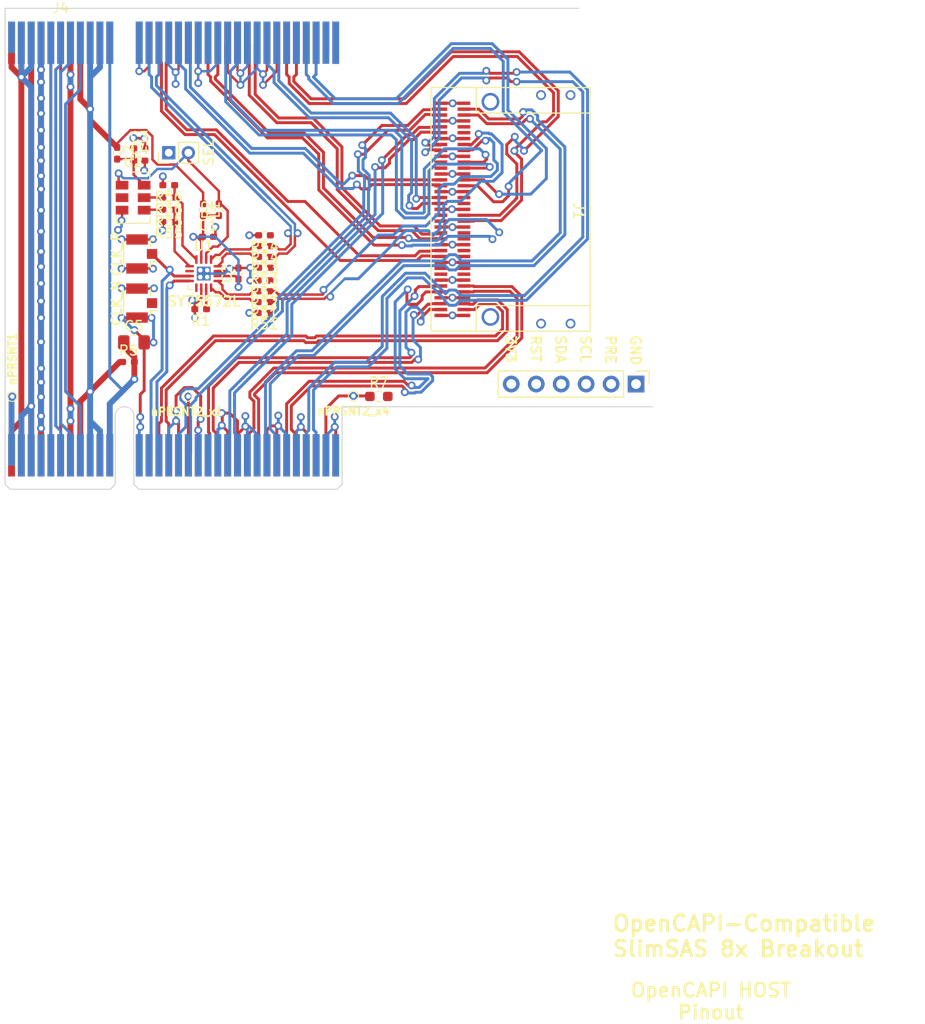
<source format=kicad_pcb>
(kicad_pcb (version 20221018) (generator pcbnew)
  (title_block (title "OpenCAPI to PCIe x4 Host and Endpoint") (company "mwrnd") (comment 1 "github.com/mwrnd/OpenCAPI_PCIe_x4_Host_and_Endpoint"))
  (layers (0 "F.Cu" signal) (1 "In1.Cu" power) (2 "In2.Cu" power) (31 "B.Cu" signal) (34 "B.Paste" user) (35 "F.Paste" user) (36 "B.SilkS" user "B.Silkscreen") (37 "F.SilkS" user "F.Silkscreen") (38 "B.Mask" user) (39 "F.Mask" user) (44 "Edge.Cuts" user))
  (net 0 "")
  (net 1 "GND")
  (net 12 "Tx0_N")
  (net 13 "Tx0_P")
  (net 14 "Tx2_P")
  (net 15 "Tx2_N")
  (net 16 "Tx5_P")
  (net 17 "Tx5_N")
  (net 18 "Tx7_P")
  (net 19 "Tx7_N")
  (net 20 "Rx0_P")
  (net 21 "Rx0_N")
  (net 22 "Rx2_P")
  (net 23 "Rx2_N")
  (net 24 "Rx5_P")
  (net 25 "Rx5_N")
  (net 26 "Tx1_P")
  (net 27 "Tx1_N")
  (net 28 "Tx3_P")
  (net 29 "Tx3_N")
  (net 30 "Tx4_P")
  (net 31 "Tx4_N")
  (net 32 "Tx6_P")
  (net 33 "Tx6_N")
  (net 34 "Rx1_P")
  (net 35 "Rx1_N")
  (net 36 "Rx3_P")
  (net 37 "Rx3_N")
  (net 38 "Rx4_P")
  (net 39 "Rx4_N")
  (net 40 "Rx6_P")
  (net 41 "Rx6_N")
  (net 42 "Rx7_P")
  (net 43 "Rx7_N")
  (net 44 "REFCLK_P")
  (net 45 "REFCLK_N")
  (net 46 "PRE_DETECT")
  (net 47 "SCL")
  (net 48 "SDA")
  (net 49 "Net-(J3-~{PRSNT1})")
  (net 50 "Net-(J3-~{PRSNT2}-PadB17)")
  (net 51 "nPERST")
  (net 52 "REFCLK_OC_P")
  (net 53 "REFCLK_OC_N")
  (net 54 "+3.3V")
  (net 55 "VCC")
  (net 56 "REFCLK_EP_P")
  (net 57 "REFCLK_EP_N")
  (net 58 "Net-(U2-OUT2)")
  (net 59 "Net-(U2-OUT)")
  (net 60 "/SEL")
  (net 61 "Net-(U1-IREF)")
  (net 62 "VDD")
  (net 67 "+12V")
  (net 68 "TCK")
  (net 69 "TDI")
  (net 70 "TDO")
  (net 71 "TMS")
  (net 74 "SMCLK")
  (net 75 "SMDAT")
  (net 76 "nTRST")
  (net 77 "+3.3VA")
  (net 78 "nWAKE")
  (net 87 "/IN1_N")
  (net 88 "/IN1_P")
  (net 89 "/Q1_N")
  (net 90 "/Q1_P")
  (net 91 "/Q0_N")
  (net 92 "/Q0_P")
  (footprint "Resistor_SMD:R_0402_1005Metric_Pad0.72x0.64mm_HandSolder" (layer "F.Cu") (at 77.75 64.7 180)
    (fp_text reference "R34")
    (fp_text value "33")
  )
  (footprint "TestPoint:TestPoint_THTPad_D1.0mm_Drill0.5mm" (layer "F.Cu") (at 52.07 80.01)
    (fp_text reference "TP1" hide)
    (fp_text value "nPRSNT1")
  )
  (footprint "Connector_PCBEdge:BUS_PCIexpress_x4" (layer "F.Cu") (at 52 44)
    (fp_text reference "J4")
    (fp_text value "Bus_PCI_Express_x4" hide)
  )
  (footprint "Resistor_SMD:R_0402_1005Metric_Pad0.72x0.64mm_HandSolder" (layer "F.Cu") (at 77.75 65.8 180)
    (fp_text reference "R33")
    (fp_text value "33")
  )
  (footprint "Resistor_SMD:R_0402_1005Metric_Pad0.72x0.64mm_HandSolder" (layer "F.Cu") (at 73.1 61 90)
    (fp_text reference "R2")
    (fp_text value "47k")
  )
  (footprint "Resistor_SMD:R_0402_1005Metric_Pad0.72x0.64mm_HandSolder" (layer "F.Cu") (at 77.7025 71.5 180)
    (fp_text reference "R51")
    (fp_text value "50")
  )
  (footprint "U.FL_w_Label:U.FL_Hirose_w_Label" (layer "F.Cu") (at 65.25 65.5 180)
    (fp_text reference "J7")
    (fp_text value "CLK_P")
  )
  (footprint "Resistor_SMD:R_0402_1005Metric_Pad0.72x0.64mm_HandSolder" (layer "F.Cu") (at 63.9025 76.5)
    (fp_text reference "R5")
    (fp_text value "47k")
  )
  (footprint "Connector_PCBEdge:BUS_PCIexpress_x4" (layer "F.Cu") (at 52 86)
    (fp_text reference "J3" hide)
    (fp_text value "Bus_PCI_Express_x4")
    (fp_line (start -0.65 -4.95) (end -0.65 2.95) (stroke (width 0.1)) (layer "Edge.Cuts"))
    (fp_line (start -0.65 2.95) (end -0.15 3.45) (stroke (width 0.1)) (layer "Edge.Cuts"))
    (fp_line (start -0.15 3.45) (end 10.05 3.45) (stroke (width 0.1)) (layer "Edge.Cuts"))
    (fp_line (start 10.55 -4) (end 10.55 2.95) (stroke (width 0.1)) (layer "Edge.Cuts"))
    (fp_line (start 10.55 2.95) (end 10.05 3.45) (stroke (width 0.1)) (layer "Edge.Cuts"))
    (fp_line (start 12.45 -4) (end 12.45 2.95) (stroke (width 0.1)) (layer "Edge.Cuts"))
    (fp_line (start 12.45 2.95) (end 12.95 3.45) (stroke (width 0.1)) (layer "Edge.Cuts"))
    (fp_line (start 12.95 3.45) (end 33.15 3.45) (stroke (width 0.1)) (layer "Edge.Cuts"))
    (fp_line (start 33.65 -4.95) (end 33.65 2.95) (stroke (width 0.1)) (layer "Edge.Cuts"))
    (fp_line (start 33.65 2.95) (end 33.15 3.45) (stroke (width 0.1)) (layer "Edge.Cuts"))
    (fp_arc (start 10.55 -4) (mid 11.5 -4.95) (end 12.45 -4) (stroke (width 0.1)) (layer "Edge.Cuts"))
  )
  (footprint "Resistor_SMD:R_0402_1005Metric_Pad0.72x0.64mm_HandSolder" (layer "F.Cu") (at 71.5 60.9975 -90)
    (fp_text reference "L1")
    (fp_text value "FB")
  )
  (footprint "Oscillator:Oscillator_SMD_IDT_JS6-6_5.0x3.2mm_P1.27mm" (layer "F.Cu") (at 64.375 59.77)
    (fp_text reference "U2")
    (fp_text value "DSC1124B")
  )
  (footprint "Package_DFN_QFN:QFN-16-1EP_3x3mm_P0.5mm_EP1.45x1.45mm_ThermalVias" (layer "F.Cu") (at 71.5625 67.5)
    (fp_text reference "U1")
    (fp_text value "SY75572L")
  )
  (footprint "Capacitor_SMD:C_0805_2012Metric_Pad1.18x1.45mm_HandSolder" (layer "F.Cu") (at 64.4625 74.5)
    (fp_text reference "C5")
    (fp_text value "1u0")
  )
  (footprint "Resistor_SMD:R_0402_1005Metric_Pad0.72x0.64mm_HandSolder" (layer "F.Cu") (at 77.7 68.2 180)
    (fp_text reference "R52")
    (fp_text value "50")
  )
  (footprint "Resistor_SMD:R_0402_1005Metric_Pad0.72x0.64mm_HandSolder" (layer "F.Cu") (at 68 62.25 180)
    (fp_text reference "R55")
    (fp_text value "50")
  )
  (footprint "Capacitor_SMD:C_0402_1005Metric_Pad0.74x0.62mm_HandSolder" (layer "F.Cu") (at 75.1 67.5 90)
    (fp_text reference "C2")
    (fp_text value "0u1")
  )
  (footprint "Resistor_SMD:R_0402_1005Metric_Pad0.72x0.64mm_HandSolder" (layer "F.Cu") (at 68 59.75 180)
    (fp_text reference "R36")
    (fp_text value "33")
  )
  (footprint "Resistor_SMD:R_0402_1005Metric_Pad0.72x0.64mm_HandSolder" (layer "F.Cu") (at 77.75 66.9 180)
    (fp_text reference "R53")
    (fp_text value "50")
  )
  (footprint "Resistor_SMD:R_0402_1005Metric_Pad0.72x0.64mm_HandSolder" (layer "F.Cu") (at 68 58.5 180)
    (fp_text reference "R56")
    (fp_text value "50")
  )
  (footprint "Resistor_SMD:R_0402_1005Metric_Pad0.72x0.64mm_HandSolder" (layer "F.Cu") (at 77.7 69.3 180)
    (fp_text reference "R32")
    (fp_text value "33")
  )
  (footprint "Resistor_SMD:R_0603_1608Metric_Pad0.98x0.95mm_HandSolder" (layer "F.Cu") (at 89.3875 80)
    (fp_text reference "R7")
    (fp_text value "DNP")
  )
  (footprint "SlimSAS_8x:SlimSAS_8x_RA_U10-A474" (layer "F.Cu") (at 95.7 50.16 -90)
    (fp_text reference "J1")
    (fp_text value "OpenCAPI_AAC_Host")
  )
  (footprint "Connector_PinHeader_2.00mm:PinHeader_1x02_P2.00mm_Vertical" (layer "F.Cu") (at 68 55.2 90)
    (fp_text reference "JP1" hide)
    (fp_text value "SEL")
  )
  (footprint "Resistor_SMD:R_0402_1005Metric_Pad0.72x0.64mm_HandSolder" (layer "F.Cu") (at 62.75 55.25 -90)
    (fp_text reference "L2")
    (fp_text value "FB")
  )
  (footprint "Capacitor_SMD:C_0402_1005Metric_Pad0.74x0.62mm_HandSolder" (layer "F.Cu") (at 72 63.75)
    (fp_text reference "C1")
    (fp_text value "0u1")
  )
  (footprint "Resistor_SMD:R_0402_1005Metric_Pad0.72x0.64mm_HandSolder" (layer "F.Cu") (at 77.75 63.6 180)
    (fp_text reference "R54")
    (fp_text value "50")
  )
  (footprint "TestPoint:TestPoint_THTPad_D1.0mm_Drill0.5mm" (layer "F.Cu") (at 69.85 80.01)
    (fp_text reference "TP2" hide)
    (fp_text value "nPRSNT2_x1")
  )
  (footprint "Resistor_SMD:R_0402_1005Metric_Pad0.72x0.64mm_HandSolder" (layer "F.Cu") (at 71.25 71.12 180)
    (fp_text reference "R1")
    (fp_text value "475")
  )
  (footprint "Capacitor_SMD:C_0402_1005Metric_Pad0.74x0.62mm_HandSolder" (layer "F.Cu") (at 65 54.75)
    (fp_text reference "C3")
    (fp_text value "0u1")
  )
  (footprint "Resistor_SMD:R_0402_1005Metric_Pad0.72x0.64mm_HandSolder" (layer "F.Cu") (at 68 61 180)
    (fp_text reference "R35")
    (fp_text value "33")
  )
  (footprint "Resistor_SMD:R_0402_1005Metric_Pad0.72x0.64mm_HandSolder" (layer "F.Cu") (at 77.7 70.4 180)
    (fp_text reference "R31")
    (fp_text value "33")
  )
  (footprint "Connector_PinHeader_2.54mm:PinHeader_1x06_P2.54mm_Vertical" (layer "F.Cu") (at 115.57 78.74 -90)
    (fp_text reference "J2" hide)
    (fp_text value "Conn_01x06")
  )
  (footprint "U.FL_w_Label:U.FL_Hirose_w_Label" (layer "F.Cu") (at 65.25 70.5 180)
    (fp_text reference "J8")
    (fp_text value "CLK_N")
  )
  (footprint "Capacitor_SMD:C_0402_1005Metric_Pad0.74x0.62mm_HandSolder" (layer "F.Cu") (at 65 56)
    (fp_text reference "C4")
    (fp_text value "u01")
  )
  (footprint "TestPoint:TestPoint_THTPad_D1.0mm_Drill0.5mm" (layer "F.Cu") (at 86.8 79.95)
    (fp_text reference "TP3" hide)
    (fp_text value "nPRSNT2_x4")
  )
  (gr_line (start 51.35 81.05) (end 51.35 41.45) (stroke (width 0.1)) (layer "Edge.Cuts"))
  (gr_line (start 51.35 41.4) (end 51.35 41.45) (stroke (width 0.1)) (layer "Edge.Cuts"))
  (gr_line (start 51.35 40.5) (end 109.75 40.5) (stroke (width 0.1)) (layer "Edge.Cuts"))
  (gr_line (start 85.65 81.05) (end 117.25 81.05) (stroke (width 0.1)) (layer "Edge.Cuts"))
  (gr_line (start 51.35 41.4) (end 51.35 40.5) (stroke (width 0.1)) (layer "Edge.Cuts"))
  (gr_text "OpenCAPI HOST\nPinout" (at 123.19 143.51) (layer "F.SilkS") (effects (font (size 1.4 1.4) (thickness 0.25) bold) (justify bottom)))
  (gr_text "OpenCAPI-Compatible\nSlimSAS 8x Breakout" (at 113.03 137.16) (layer "F.SilkS") (effects (font (size 1.6 1.6) (thickness 0.3) bold) (justify left bottom)))
  (segment (start 75 86) (end 75 82.5) (width 0.3) (layer "F.Cu") (net 1))
  (segment (start 74 44) (end 74 47) (width 0.25) (layer "F.Cu") (net 1))
  (segment (start 95.7 62.76) (end 96.86 62.76) (width 0.3) (layer "F.Cu") (net 1))
  (segment (start 73.45 83) (end 73.45 81.75) (width 0.3) (layer "F.Cu") (net 1))
  (segment (start 95.7 53.76) (end 96.862 53.76) (width 0.3) (layer "F.Cu") (net 1))
  (segment (start 71 44) (end 71 46.9) (width 0.25) (layer "F.Cu") (net 1))
  (segment (start 66 46.4) (end 65.5 46.9) (width 0.25) (layer "F.Cu") (net 1))
  (segment (start 96.865 57.36) (end 96.875 57.35) (width 0.3) (layer "F.Cu") (net 1))
  (segment (start 55 56) (end 55 54.65) (width 0.6) (layer "F.Cu") (net 1))
  (segment (start 65.5675 54.75) (end 65.5675 54.2675) (width 0.25) (layer "F.Cu") (net 1))
  (segment (start 77.1525 66.9) (end 76.3 66.9) (width 0.25) (layer "F.Cu") (net 1))
  (segment (start 96.862 53.76) (end 96.901 53.721) (width 0.3) (layer "F.Cu") (net 1))
  (segment (start 77.1525 63.6) (end 76.2 63.6) (width 0.25) (layer "F.Cu") (net 1))
  (segment (start 64.8 72) (end 64.775 71.975) (width 0.3) (layer "F.Cu") (net 1))
  (segment (start 77.6 48.3) (end 79 46.9) (width 0.25) (layer "F.Cu") (net 1))
  (segment (start 64.775 66.975) (end 63.225 66.975) (width 0.25) (layer "F.Cu") (net 1))
  (segment (start 70.6525 70.6475) (end 70.6525 71.12) (width 0.25) (layer "F.Cu") (net 1))
  (segment (start 96.885 57.36) (end 96.875 57.35) (width 0.3) (layer "F.Cu") (net 1))
  (segment (start 65.5 74.5) (end 65.5 74.25) (width 0.3) (layer "F.Cu") (net 1))
  (segment (start 65.5 79.4) (end 65.1 79.8) (width 0.3) (layer "F.Cu") (net 1))
  (segment (start 67.4025 58.5) (end 67.4025 57.6025) (width 0.25) (layer "F.Cu") (net 1))
  (segment (start 71 86) (end 71 83.45) (width 0.3) (layer "F.Cu") (net 1))
  (segment (start 98.05 53.76) (end 96.94 53.76) (width 0.3) (layer "F.Cu") (net 1))
  (segment (start 55 57.55) (end 55 56) (width 0.6) (layer "F.Cu") (net 1))
  (segment (start 96.885 69.96) (end 96.875 69.95) (width 0.3) (layer "F.Cu") (net 1))
  (segment (start 70.6525 70.4525) (end 70.4 70.2) (width 0.25) (layer "F.Cu") (net 1))
  (segment (start 67.4025 63.0975) (end 67.4 63.1) (width 0.25) (layer "F.Cu") (net 1))
  (segment (start 74 86) (end 74 83.55) (width 0.3) (layer "F.Cu") (net 1))
  (segment (start 78.4 83) (end 79.15 83) (width 0.3) (layer "F.Cu") (net 1))
  (segment (start 72.75 62.75) (end 72.75 63.5675) (width 0.25) (layer "F.Cu") (net 1))
  (segment (start 76.2675 66.9325) (end 76.3 66.9) (width 0.25) (layer "F.Cu") (net 1))
  (segment (start 96.757 51.96) (end 96.774 51.943) (width 0.3) (layer "F.Cu") (net 1))
  (segment (start 95.7 64.56) (end 96.865 64.56) (width 0.3) (layer "F.Cu") (net 1))
  (segment (start 66 44) (end 66 46.4) (width 0.25) (layer "F.Cu") (net 1))
  (segment (start 64.775 69.025) (end 66.475 69.025) (width 0.25) (layer "F.Cu") (net 1))
  (segment (start 55 78.55) (end 55 77.15) (width 0.6) (layer "F.Cu") (net 1))
  (segment (start 69 82.75) (end 68.75 82.5) (width 0.3) (layer "F.Cu") (net 1))
  (segment (start 95.7 60.96) (end 96.815 60.96) (width 0.3) (layer "F.Cu") (net 1))
  (segment (start 73.45 81.75) (end 73.4 81.7) (width 0.3) (layer "F.Cu") (net 1))
  (segment (start 65.5675 53.8175) (end 65.5 53.75) (width 0.25) (layer "F.Cu") (net 1))
  (segment (start 98.05 57.36) (end 96.885 57.36) (width 0.3) (layer "F.Cu") (net 1))
  (segment (start 75.1 66.9325) (end 74.2675 66.9325) (width 0.25) (layer "F.Cu") (net 1))
  (segment (start 58 81.25) (end 58 48.5) (width 0.6) (layer "F.Cu") (net 1))
  (segment (start 55 86) (end 55 83.25) (width 0.6) (layer "F.Cu") (net 1))
  (segment (start 78 83.4) (end 78.4 83) (width 0.3) (layer "F.Cu") (net 1))
  (segment (start 71.25 79.95) (end 71.25 82.3) (width 0.3) (layer "F.Cu") (net 1))
  (segment (start 96.865 66.36) (end 96.875 66.35) (width 0.3) (layer "F.Cu") (net 1))
  (segment (start 77.1025 68.2) (end 76.3 68.2) (width 0.25) (layer "F.Cu") (net 1))
  (segment (start 63.25 61.04) (end 63.25 62.05) (width 0.25) (layer "F.Cu") (net 1))
  (segment (start 78 86) (end 78 83.4) (width 0.3) (layer "F.Cu") (net 1))
  (segment (start 64.4 53.7) (end 65 53.7) (width 0.25) (layer "F.Cu") (net 1))
  (segment (start 79 83.15) (end 79 86) (width 0.3) (layer "F.Cu") (net 1))
  (segment (start 68.75 82.5) (end 68.75 81.5) (width 0.3) (layer "F.Cu") (net 1))
  (segment (start 96.86 59.16) (end 96.875 59.175) (width 0.3) (layer "F.Cu") (net 1))
  (segment (start 74 47) (end 75.3 48.3) (width 0.25) (layer "F.Cu") (net 1))
  (segment (start 96.865 69.96) (end 96.875 69.95) (width 0.3) (layer "F.Cu") (net 1))
  (segment (start 72.75 63.5675) (end 72.5675 63.75) (width 0.25) (layer "F.Cu") (net 1))
  (segment (start 96.918 51.96) (end 96.901 51.943) (width 0.3) (layer "F.Cu") (net 1))
  (segment (start 55 52.9) (end 55 51.2) (width 0.6) (layer "F.Cu") (net 1))
  (segment (start 96.815 60.96) (end 96.825 60.95) (width 0.3) (layer "F.Cu") (net 1))
  (segment (start 64.775 66.975) (end 66.375 66.975) (width 0.25) (layer "F.Cu") (net 1))
  (segment (start 95.7 50.16) (end 96.896 50.16) (width 0.3) (layer "F.Cu") (net 1))
  (segment (start 71.3125 68.9375) (end 71.3125 69.9875) (width 0.25) (layer "F.Cu") (net 1))
  (segment (start 96.885 66.36) (end 96.875 66.35) (width 0.3) (layer "F.Cu") (net 1))
  (segment (start 96.865 64.56) (end 96.875 64.55) (width 0.3) (layer "F.Cu") (net 1))
  (segment (start 65.5675 54.75) (end 65.5675 53.8175) (width 0.25) (layer "F.Cu") (net 1))
  (segment (start 79 46.9) (end 79 44) (width 0.25) (layer "F.Cu") (net 1))
  (segment (start 98.05 62.76) (end 96.89 62.76) (width 0.3) (layer "F.Cu") (net 1))
  (segment (start 69 44) (end 69 46.7) (width 0.25) (layer "F.Cu") (net 1))
  (segment (start 63.2 72) (end 64.75 72) (width 0.3) (layer "F.Cu") (net 1))
  (segment (start 74.2675 66.9325) (end 74.2 67) (width 0.25) (layer "F.Cu") (net 1))
  (segment (start 96.94 53.76) (end 96.901 53.721) (width 0.3) (layer "F.Cu") (net 1))
  (segment (start 63.225 64.025) (end 63.2 64) (width 0.25) (layer "F.Cu") (net 1))
  (segment (start 69 46.7) (end 68.7 47) (width 0.25) (layer "F.Cu") (net 1))
  (segment (start 55 82) (end 55 80.05) (width 0.6) (layer "F.Cu") (net 1))
  (segment (start 85 83.2) (end 84.9 83.1) (width 0.3) (layer "F.Cu") (net 1))
  (segment (start 96.885 71.76) (end 96.875 71.75) (width 0.3) (layer "F.Cu") (net 1))
  (segment (start 96.89 55.56) (end 96.875 55.575) (width 0.3) (layer "F.Cu") (net 1))
  (segment (start 77.6 47.2) (end 78 46.8) (width 0.25) (layer "F.Cu") (net 1))
  (segment (start 74.2 81.7) (end 73.4 81.7) (width 0.3) (layer "F.Cu") (net 1))
  (segment (start 65.5675 56) (end 65.5675 56.9325) (width 0.25) (layer "F.Cu") (net 1))
  (segment (start 96.86 55.56) (end 96.875 55.575) (width 0.3) (layer "F.Cu") (net 1))
  (segment (start 98.05 66.36) (end 96.885 66.36) (width 0.3) (layer "F.Cu") (net 1))
  (segment (start 55 58.9) (end 55 57.55) (width 0.6) (layer "F.Cu") (net 1))
  (segment (start 66.375 64.025) (end 66.4 64) (width 0.25) (layer "F.Cu") (net 1))
  (segment (start 68.75 81.5) (end 68.75 79.95) (width 0.3) (layer "F.Cu") (net 1))
  (segment (start 82 86) (end 82 83.65) (width 0.3) (layer "F.Cu") (net 1))
  (segment (start 64.775 69.025) (end 63.225 69.025) (width 0.25) (layer "F.Cu") (net 1))
  (segment (start 96.89 62.76) (end 96.875 62.775) (width 0.3) (layer "F.Cu") (net 1))
  (segment (start 95.7 68.16) (end 96.865 68.16) (width 0.3) (layer "F.Cu") (net 1))
  (segment (start 66.375 66.975) (end 66.4 67) (width 0.25) (layer "F.Cu") (net 1))
  (segment (start 63.225 69.025) (end 63.2 69) (width 0.25) (layer "F.Cu") (net 1))
  (segment (start 58 86) (end 58 82.5) (width 0.6) (layer "F.Cu") (net 1))
  (segment (start 85 86) (end 85 83.2) (width 0.3) (layer "F.Cu") (net 1))
  (segment (start 96.885 64.56) (end 96.875 64.55) (width 0.3) (layer "F.Cu") (net 1))
  (segment (start 98.05 55.56) (end 96.89 55.56) (width 0.3) (layer "F.Cu") (net 1))
  (segment (start 66.25 72) (end 64.8 72) (width 0.3) (layer "F.Cu") (net 1))
  (segment (start 69.6 79.1) (end 70.4 79.1) (width 0.3) (layer "F.Cu") (net 1))
  (segment (start 95.7 71.76) (end 96.865 71.76) (width 0.3) (layer "F.Cu") (net 1))
  (segment (start 65 53.7) (end 65.5675 54.2675) (width 0.25) (layer "F.Cu") (net 1))
  (segment (start 55 68.5) (end 55 66.8) (width 0.6) (layer "F.Cu") (net 1))
  (segment (start 77.105 71.5) (end 76.2 71.5) (width 0.25) (layer "F.Cu") (net 1))
  (segment (start 95.7 59.16) (end 96.86 59.16) (width 0.3) (layer "F.Cu") (net 1))
  (segment (start 95.7 57.36) (end 96.865 57.36) (width 0.3) (layer "F.Cu") (net 1))
  (segment (start 96.86 62.76) (end 96.875 62.775) (width 0.3) (layer "F.Cu") (net 1))
  (segment (start 98.05 68.16) (end 96.885 68.16) (width 0.3) (layer "F.Cu") (net 1))
  (segment (start 96.89 59.16) (end 96.875 59.175) (width 0.3) (layer "F.Cu") (net 1))
  (segment (start 55 83.25) (end 55 82) (width 0.6) (layer "F.Cu") (net 1))
  (segment (start 55 65.25) (end 55 63.2) (width 0.6) (layer "F.Cu") (net 1))
  (segment (start 79.15 83) (end 79 83.15) (width 0.3) (layer "F.Cu") (net 1))
  (segment (start 67.4025 62.25) (end 67.4025 63.0975) (width 0.25) (layer "F.Cu") (net 1))
  (segment (start 70.6525 71.9525) (end 70.7 72) (width 0.25) (layer "F.Cu") (net 1))
  (segment (start 55 80.05) (end 55 78.55) (width 0.6) (layer "F.Cu") (net 1))
  (segment (start 75.1 66.9325) (end 76.2675 66.9325) (width 0.25) (layer "F.Cu") (net 1))
  (segment (start 96.906 50.16) (end 96.901 50.165) (width 0.3) (layer "F.Cu") (net 1))
  (segment (start 71 82.55) (end 71.25 82.3) (width 0.3) (layer "F.Cu") (net 1))
  (segment (start 96.896 50.16) (end 96.901 50.165) (width 0.3) (layer "F.Cu") (net 1))
  (segment (start 55 51.2) (end 55 49.65) (width 0.6) (layer "F.Cu") (net 1))
  (segment (start 95.7 55.56) (end 96.86 55.56) (width 0.3) (layer "F.Cu") (net 1))
  (segment (start 96.835 60.96) (end 96.825 60.95) (width 0.3) (layer "F.Cu") (net 1))
  (segment (start 64.775 64.025) (end 63.225 64.025) (width 0.25) (layer "F.Cu") (net 1))
  (segment (start 73 67.25) (end 73.95 67.25) (width 0.25) (layer "F.Cu") (net 1))
  (segment (start 63.225 66.975) (end 63.2 67) (width 0.25) (layer "F.Cu") (net 1))
  (segment (start 71 83.45) (end 71 82.55) (width 0.3) (layer "F.Cu") (net 1))
  (segment (start 65.5 46.9) (end 65 46.9) (width 0.25) (layer "F.Cu") (net 1))
  (segment (start 75 44) (end 75 46.8) (width 0.25) (layer "F.Cu") (net 1))
  (segment (start 70.6525 71.12) (end 70.6525 71.9525) (width 0.25) (layer "F.Cu") (net 1))
  (segment (start 95.7 69.96) (end 96.865 69.96) (width 0.3) (layer "F.Cu") (net 1))
  (segment (start 96.865 68.16) (end 96.875 68.15) (width 0.3) (layer "F.Cu") (net 1))
  (segment (start 69 86) (end 69 82.75) (width 0.3) (layer "F.Cu") (net 1))
  (segment (start 78 46.8) (end 78 44) (width 0.25) (layer "F.Cu") (net 1))
  (segment (start 98.05 59.16) (end 96.89 59.16) (width 0.3) (layer "F.Cu") (net 1))
  (segment (start 96.865 71.76) (end 96.875 71.75) (width 0.3) (layer "F.Cu") (net 1))
  (segment (start 75 82.5) (end 74.2 81.7) (width 0.3) (layer "F.Cu") (net 1))
  (segment (start 98.05 64.56) (end 96.885 64.56) (width 0.3) (layer "F.Cu") (net 1))
  (segment (start 75 46.8) (end 75.3 47.1) (width 0.25) (layer "F.Cu") (net 1))
  (segment (start 95.7 51.96) (end 96.757 51.96) (width 0.3) (layer "F.Cu") (net 1))
  (segment (start 98.05 50.16) (end 96.906 50.16) (width 0.3) (layer "F.Cu") (net 1))
  (segment (start 55 74.45) (end 55 72) (width 0.6) (layer "F.Cu") (net 1))
  (segment (start 75 83.85) (end 75.8 83.05) (width 0.3) (layer "F.Cu") (net 1))
  (segment (start 58 44) (end 58 47.25) (width 0.6) (layer "F.Cu") (net 1))
  (segment (start 75 86) (end 75 83.85) (width 0.3) (layer "F.Cu") (net 1))
  (segment (start 64.75 72) (end 64.775 71.975) (width 0.3) (layer "F.Cu") (net 1))
  (segment (start 96.885 68.16) (end 96.875 68.15) (width 0.3) (layer "F.Cu") (net 1))
  (segment (start 95.7 66.36) (end 96.865 66.36) (width 0.3) (layer "F.Cu") (net 1))
  (segment (start 70.6525 71.12) (end 70.6525 70.4525) (width 0.25) (layer "F.Cu") (net 1))
  (segment (start 55 63.2) (end 55 61.05) (width 0.6) (layer "F.Cu") (net 1))
  (segment (start 71.3125 69.9875) (end 70.6525 70.6475) (width 0.25) (layer "F.Cu") (net 1))
  (segment (start 55 54.65) (end 55 52.9) (width 0.6) (layer "F.Cu") (net 1))
  (segment (start 98.05 51.96) (end 96.918 51.96) (width 0.3) (layer "F.Cu") (net 1))
  (segment (start 82 83.65) (end 81.45 83.1) (width 0.3) (layer "F.Cu") (net 1))
  (segment (start 70.4 79.1) (end 71.25 79.95) (width 0.3) (layer "F.Cu") (net 1))
  (segment (start 65.5675 56.9325) (end 65.5 57) (width 0.25) (layer "F.Cu") (net 1))
  (segment (start 55 66.8) (end 55 65.25) (width 0.6) (layer "F.Cu") (net 1))
  (segment (start 65.5 74.5) (end 66.45 74.5) (width 0.3) (layer "F.Cu") (net 1))
  (segment (start 74 83.55) (end 73.4 82.95) (width 0.3) (layer "F.Cu") (net 1))
  (segment (start 98.05 60.96) (end 96.835 60.96) (width 0.3) (layer "F.Cu") (net 1))
  (segment (start 65.5 74.5) (end 65.5 79.4) (width 0.3) (layer "F.Cu") (net 1))
  (segment (start 55 61.05) (end 55 58.9) (width 0.6) (layer "F.Cu") (net 1))
  (segment (start 66.475 69.025) (end 66.5 69) (width 0.25) (layer "F.Cu") (net 1))
  (segment (start 65.1 79.8) (end 65.1 82.1) (width 0.3) (layer "F.Cu") (net 1))
  (segment (start 98.05 71.76) (end 96.885 71.76) (width 0.3) (layer "F.Cu") (net 1))
  (segment (start 68.75 79.95) (end 69.6 79.1) (width 0.3) (layer "F.Cu") (net 1))
  (segment (start 65.1 82.1) (end 65.1 83.1) (width 0.3) (layer "F.Cu") (net 1))
  (segment (start 63.25 62.05) (end 63.2 62.1) (width 0.25) (layer "F.Cu") (net 1))
  (segment (start 65.5 74.25) (end 64.5 73.25) (width 0.3) (layer "F.Cu") (net 1))
  (segment (start 64.775 64.025) (end 66.375 64.025) (width 0.25) (layer "F.Cu") (net 1))
  (segment (start 55 44) (end 55 46.75) (width 0.6) (layer "F.Cu") (net 1))
  (segment (start 98.05 69.96) (end 96.885 69.96) (width 0.3) (layer "F.Cu") (net 1))
  (segment (start 55 70.3) (end 55 68.5) (width 0.6) (layer "F.Cu") (net 1))
  (segment (start 73.95 67.25) (end 74.2 67) (width 0.25) (layer "F.Cu") (net 1))
  (segment (start 55 72) (end 55 70.3) (width 0.6) (layer "F.Cu") (net 1))
  (segment (start 67.4025 57.6025) (end 67.4 57.6) (width 0.25) (layer "F.Cu") (net 1))
  (via (at 96.875 69.95) (size 0.8) (drill 0.45) (layers "F.Cu" "B.Cu") (net 1))
  (via (at 58 48.5) (size 0.8) (drill 0.45) (layers "F.Cu" "B.Cu") (net 1))
  (via (at 55 83.25) (size 0.8) (drill 0.45) (layers "F.Cu" "B.Cu") (net 1))
  (via (at 55 66.8) (size 0.8) (drill 0.45) (layers "F.Cu" "B.Cu") (net 1))
  (via (at 63.2 67) (size 0.8) (drill 0.45) (layers "F.Cu" "B.Cu") (net 1))
  (via (at 96.901 51.943) (size 0.8) (drill 0.45) (layers "F.Cu" "B.Cu") (net 1))
  (via (at 96.875 71.75) (size 0.8) (drill 0.45) (layers "F.Cu" "B.Cu") (net 1))
  (via (at 96.901 50.165) (size 0.8) (drill 0.45) (layers "F.Cu" "B.Cu") (net 1))
  (via (at 70.7 72) (size 0.8) (drill 0.45) (layers "F.Cu" "B.Cu") (net 1))
  (via (at 55 57.55) (size 0.8) (drill 0.45) (layers "F.Cu" "B.Cu") (net 1))
  (via (at 76.3 66.9) (size 0.8) (drill 0.45) (layers "F.Cu" "B.Cu") (net 1))
  (via (at 55 72) (size 0.8) (drill 0.45) (layers "F.Cu" "B.Cu") (net 1))
  (via (at 55 54.65) (size 0.8) (drill 0.45) (layers "F.Cu" "B.Cu") (net 1))
  (via (at 71 46.9) (size 0.8) (drill 0.45) (layers "F.Cu" "B.Cu") (net 1))
  (via (at 66.4 67) (size 0.8) (drill 0.45) (layers "F.Cu" "B.Cu") (net 1))
  (via (at 68.7 47) (size 0.8) (drill 0.45) (layers "F.Cu" "B.Cu") (net 1))
  (via (at 55 51.2) (size 0.8) (drill 0.45) (layers "F.Cu" "B.Cu") (net 1))
  (via (at 79.15 81.95) (size 0.8) (drill 0.45) (layers "F.Cu" "B.Cu") (net 1))
  (via (at 58 82.5) (size 0.8) (drill 0.45) (layers "F.Cu" "B.Cu") (net 1))
  (via (at 68.7 48.2) (size 0.8) (drill 0.45) (layers "F.Cu" "B.Cu") (net 1))
  (via (at 55 77.15) (size 0.8) (drill 0.45) (layers "F.Cu" "B.Cu") (net 1))
  (via (at 81.45 82.1) (size 0.8) (drill 0.45) (layers "F.Cu" "B.Cu") (net 1))
  (via (at 55 63.2) (size 0.8) (drill 0.45) (layers "F.Cu" "B.Cu") (net 1))
  (via (at 96.901 53.721) (size 0.8) (drill 0.45) (layers "F.Cu" "B.Cu") (net 1))
  (via (at 96.875 68.15) (size 0.8) (drill 0.45) (layers "F.Cu" "B.Cu") (net 1))
  (via (at 74.2 67) (size 0.8) (drill 0.45) (layers "F.Cu" "B.Cu") (net 1))
  (via (at 55 58.9) (size 0.8) (drill 0.45) (layers "F.Cu" "B.Cu") (net 1))
  (via (at 84.9 82.075497) (size 0.8) (drill 0.45) (layers "F.Cu" "B.Cu") (net 1))
  (via (at 55 68.5) (size 0.8) (drill 0.45) (layers "F.Cu" "B.Cu") (net 1))
  (via (at 55 80.05) (size 0.8) (drill 0.45) (layers "F.Cu" "B.Cu") (net 1))
  (via (at 66.4 64) (size 0.8) (drill 0.45) (layers "F.Cu" "B.Cu") (net 1))
  (via (at 96.875 57.35) (size 0.8) (drill 0.45) (layers "F.Cu" "B.Cu") (net 1))
  (via (at 75.8 83.05) (size 0.8) (drill 0.45) (layers "F.Cu" "B.Cu") (net 1))
  (via (at 65.5 57) (size 0.8) (drill 0.45) (layers "F.Cu" "B.Cu") (net 1))
  (via (at 75.3 48.3) (size 0.8) (drill 0.45) (layers "F.Cu" "B.Cu") (net 1))
  (via (at 55 49.65) (size 0.8) (drill 0.45) (layers "F.Cu" "B.Cu") (net 1))
  (via (at 55 56) (size 0.8) (drill 0.45) (layers "F.Cu" "B.Cu") (net 1))
  (via (at 77.6 47.2) (size 0.8) (drill 0.45) (layers "F.Cu" "B.Cu") (net 1))
  (via (at 65 46.9) (size 0.8) (drill 0.45) (layers "F.Cu" "B.Cu") (net 1))
  (via (at 96.875 55.575) (size 0.8) (drill 0.45) (layers "F.Cu" "B.Cu") (net 1))
  (via (at 63.2 62.1) (size 0.8) (drill 0.45) (layers "F.Cu" "B.Cu") (net 1))
  (via (at 65.1 82.1) (size 0.8) (drill 0.45) (layers "F.Cu" "B.Cu") (net 1))
  (via (at 68.75 82.5) (size 0.8) (drill 0.45) (layers "F.Cu" "B.Cu") (net 1))
  (via (at 63.2 69) (size 0.8) (drill 0.45) (layers "F.Cu" "B.Cu") (net 1))
  (via (at 55 52.9) (size 0.8) (drill 0.45) (layers "F.Cu" "B.Cu") (net 1))
  (via (at 96.875 59.175) (size 0.8) (drill 0.45) (layers "F.Cu" "B.Cu") (net 1))
  (via (at 76.2 63.6) (size 0.8) (drill 0.45) (layers "F.Cu" "B.Cu") (net 1))
  (via (at 77.6 48.3) (size 0.8) (drill 0.45) (layers "F.Cu" "B.Cu") (net 1))
  (via (at 55 78.55) (size 0.8) (drill 0.45) (layers "F.Cu" "B.Cu") (net 1))
  (via (at 63.2 72) (size 0.8) (drill 0.45) (layers "F.Cu" "B.Cu") (net 1))
  (via (at 55 61.05) (size 0.8) (drill 0.45) (layers "F.Cu" "B.Cu") (net 1))
  (via (at 96.875 66.35) (size 0.8) (drill 0.45) (layers "F.Cu" "B.Cu") (net 1))
  (via (at 66.45 74.5) (size 0.8) (drill 0.45) (layers "F.Cu" "B.Cu") (net 1))
  (via (at 72.75 62.75) (size 0.8) (drill 0.45) (layers "F.Cu" "B.Cu") (net 1))
  (via (at 96.875 64.55) (size 0.8) (drill 0.45) (layers "F.Cu" "B.Cu") (net 1))
  (via (at 73.4 81.7) (size 0.8) (drill 0.45) (layers "F.Cu" "B.Cu") (net 1))
  (via (at 76.2 71.5) (size 0.8) (drill 0.45) (layers "F.Cu" "B.Cu") (net 1))
  (via (at 63.2 64) (size 0.8) (drill 0.45) (layers "F.Cu" "B.Cu") (net 1))
  (via (at 75.8 82) (size 0.8) (drill 0.45) (layers "F.Cu" "B.Cu") (net 1))
  (via (at 65.5 53.75) (size 0.8) (drill 0.45) (layers "F.Cu" "B.Cu") (net 1))
  (via (at 84.9 83.1) (size 0.8) (drill 0.45) (layers "F.Cu" "B.Cu") (net 1))
  (via (at 62.840273 63.059271) (size 0.8) (drill 0.45) (layers "F.Cu" "B.Cu") (net 1))
  (via (at 66.25 72) (size 0.8) (drill 0.45) (layers "F.Cu" "B.Cu") (net 1))
  (via (at 96.825 60.95) (size 0.8) (drill 0.45) (layers "F.Cu" "B.Cu") (net 1))
  (via (at 66.5 69) (size 0.8) (drill 0.45) (layers "F.Cu" "B.Cu") (net 1))
  (via (at 55 65.25) (size 0.8) (drill 0.45) (layers "F.Cu" "B.Cu") (net 1))
  (via (at 79.15 83) (size 0.8) (drill 0.45) (layers "F.Cu" "B.Cu") (net 1))
  (via (at 68.75 81.5) (size 0.8) (drill 0.45) (layers "F.Cu" "B.Cu") (net 1))
  (via (at 73.4 82.95) (size 0.8) (drill 0.45) (layers "F.Cu" "B.Cu") (net 1))
  (via (at 64.5 73.25) (size 0.8) (drill 0.45) (layers "F.Cu" "B.Cu") (net 1))
  (via (at 76.3 68.2) (size 0.8) (drill 0.45) (layers "F.Cu" "B.Cu") (net 1))
  (via (at 71 83.45) (size 0.8) (drill 0.45) (layers "F.Cu" "B.Cu") (net 1))
  (via (at 67.4 63.1) (size 0.8) (drill 0.45) (layers "F.Cu" "B.Cu") (net 1))
  (via (at 81.45 83.1) (size 0.8) (drill 0.45) (layers "F.Cu" "B.Cu") (net 1))
  (via (at 55 82) (size 0.8) (drill 0.45) (layers "F.Cu" "B.Cu") (net 1))
  (via (at 64.4 53.7) (size 0.8) (drill 0.45) (layers "F.Cu" "B.Cu") (net 1))
  (via (at 96.875 62.775) (size 0.8) (drill 0.45) (layers "F.Cu" "B.Cu") (net 1))
  (via (at 55 70.3) (size 0.8) (drill 0.45) (layers "F.Cu" "B.Cu") (net 1))
  (via (at 58 47.25) (size 0.8) (drill 0.45) (layers "F.Cu" "B.Cu") (net 1))
  (via (at 55 74.45) (size 0.8) (drill 0.45) (layers "F.Cu" "B.Cu") (net 1))
  (via (at 75.3 47.1) (size 0.8) (drill 0.45) (layers "F.Cu" "B.Cu") (net 1))
  (via (at 71 48.1) (size 0.8) (drill 0.45) (layers "F.Cu" "B.Cu") (net 1))
  (via (at 67.4 57.6) (size 0.8) (drill 0.45) (layers "F.Cu" "B.Cu") (net 1))
  (via (at 71.25 82.3) (size 0.8) (drill 0.45) (layers "F.Cu" "B.Cu") (net 1))
  (via (at 55 46.75) (size 0.8) (drill 0.45) (layers "F.Cu" "B.Cu") (net 1))
  (via (at 58 81.25) (size 0.8) (drill 0.45) (layers "F.Cu" "B.Cu") (net 1))
  (via (at 55 48) (size 0.8) (drill 0.45) (layers "F.Cu" "B.Cu") (net 1))
  (via (at 70.4 70.2) (size 0.8) (drill 0.45) (layers "F.Cu" "B.Cu") (net 1))
  (via (at 65.1 83.1) (size 0.8) (drill 0.45) (layers "F.Cu" "B.Cu") (net 1))
  (segment (start 55 83.25) (end 55 82) (width 0.6) (layer "B.Cu") (net 1))
  (segment (start 73 44) (end 73 46.1) (width 0.25) (layer "B.Cu") (net 1))
  (segment (start 55 65.25) (end 55 63.2) (width 0.6) (layer "B.Cu") (net 1))
  (segment (start 75.8 83.05) (end 76.18 83.05) (width 0.3) (layer "B.Cu") (net 1))
  (segment (start 68.75 82.5) (end 68.75 81.5) (width 0.3) (layer "B.Cu") (net 1))
  (segment (start 55 58.9) (end 55 57.55) (width 0.6) (layer "B.Cu") (net 1))
  (segment (start 76 44) (end 76 46.4) (width 0.25) (layer "B.Cu") (net 1))
  (segment (start 55 77.15) (end 55 74.45) (width 0.6) (layer "B.Cu") (net 1))
  (segment (start 66.45 72.2) (end 66.25 72) (width 0.3) (layer "B.Cu") (net 1))
  (segment (start 55 56) (end 55 54.65) (width 0.6) (layer "B.Cu") (net 1))
  (segment (start 75.3 47.1) (end 75.3 48.3) (width 0.25) (layer "B.Cu") (net 1))
  (segment (start 77 83.87) (end 77 86) (width 0.3) (layer "B.Cu") (net 1))
  (segment (start 58 47.25) (end 58 48.5) (width 0.6) (layer "B.Cu") (net 1))
  (segment (start 80 83.85) (end 80 86) (width 0.3) (layer "B.Cu") (net 1))
  (segment (start 66.45 74.5) (end 66.45 72.2) (width 0.3) (layer "B.Cu") (net 1))
  (segment (start 64.45 73.25) (end 63.2 72) (width 0.3) (layer "B.Cu") (net 1))
  (segment (start 84.9 83.1) (end 84.9 82.075497) (width 0.3) (layer "B.Cu") (net 1))
  (segment (start 68 44) (end 68 46.3) (width 0.25) (layer "B.Cu") (net 1))
  (segment (start 55 51.2) (end 55 49.65) (width 0.6) (layer "B.Cu") (net 1))
  (segment (start 74.2 67) (end 74.3 66.9) (width 0.25) (layer "B.Cu") (net 1))
  (segment (start 77.6 47.2) (end 77.6 48.3) (width 0.25) (layer "B.Cu") (net 1))
  (segment (start 81.45 83.1) (end 81 83.55) (width 0.3) (layer "B.Cu") (net 1))
  (segment (start 55 68.5) (end 55 66.8) (width 0.6) (layer "B.Cu") (net 1))
  (segment (start 55 49.65) (end 55 48) (width 0.6) (layer "B.Cu") (net 1))
  (segment (start 71 46.9) (end 71 48.1) (width 0.25) (layer "B.Cu") (net 1))
  (segment (start 55 78.55) (end 55 77.15) (width 0.6) (layer "B.Cu") (net 1))
  (segment (start 55 70.3) (end 55 68.5) (width 0.6) (layer "B.Cu") (net 1))
  (segment (start 65 83.2) (end 65.1 83.1) (width 0.3) (layer "B.Cu") (net 1))
  (segment (start 65.1 83.1) (end 65.1 82.1) (width 0.3) (layer "B.Cu") (net 1))
  (segment (start 73 86) (end 73 83.45) (width 0.3) (layer "B.Cu") (net 1))
  (segment (start 73 83.35) (end 73.4 82.95) (width 0.3) (layer "B.Cu") (net 1))
  (segment (start 55 82) (end 55 80.05) (width 0.6) (layer "B.Cu") (net 1))
  (segment (start 63.2 62.1) (end 63.2 62.699544) (width 0.25) (layer "B.Cu") (net 1))
  (segment (start 68 46.3) (end 68.7 47) (width 0.25) (layer "B.Cu") (net 1))
  (segment (start 79.15 83) (end 79.15 81.95) (width 0.3) (layer "B.Cu") (net 1))
  (segment (start 68.7 47) (end 68.7 48.2) (width 0.25) (layer "B.Cu") (net 1))
  (segment (start 84 84) (end 84 86) (width 0.3) (layer "B.Cu") (net 1))
  (segment (start 65 46.9) (end 65 44) (width 0.25) (layer "B.Cu") (net 1))
  (segment (start 64.5 73.25) (end 64.45 73.25) (width 0.3) (layer "B.Cu") (net 1))
  (segment (start 73.7 67.5) (end 71.5625 67.5) (width 0.25) (layer "B.Cu") (net 1))
  (segment (start 76 46.4) (end 75.3 47.1) (width 0.25) (layer "B.Cu") (net 1))
  (segment (start 55 63.2) (end 55 61.05) (width 0.6) (layer "B.Cu") (net 1))
  (segment (start 73 86) (end 73 83.35) (width 0.3) (layer "B.Cu") (net 1))
  (segment (start 55 80.05) (end 55 78.55) (width 0.6) (layer "B.Cu") (net 1))
  (segment (start 55 66.8) (end 55 65.25) (width 0.6) (layer "B.Cu") (net 1))
  (segment (start 73 83.45) (end 73.45 83) (width 0.3) (layer "B.Cu") (net 1))
  (segment (start 58 82.5) (end 58 81.25) (width 0.6) (layer "B.Cu") (net 1))
  (segment (start 55 52.9) (end 55 51.2) (width 0.6) (layer "B.Cu") (net 1))
  (segment (start 55 61.05) (end 55 58.9) (width 0.6) (layer "B.Cu") (net 1))
  (segment (start 55 46.75) (end 55 48) (width 0.6) (layer "B.Cu") (net 1))
  (segment (start 71 46.9) (end 71 44) (width 0.25) (layer "B.Cu") (net 1))
  (segment (start 63.2 62.699544) (end 62.840273 63.059271) (width 0.25) (layer "B.Cu") (net 1))
  (segment (start 77 44) (end 77 46.6) (width 0.25) (layer "B.Cu") (net 1))
  (segment (start 68.75 82.5) (end 68 83.25) (width 0.3) (layer "B.Cu") (net 1))
  (segment (start 77 46.6) (end 75.3 48.3) (width 0.25) (layer "B.Cu") (net 1))
  (segment (start 79.15 83) (end 80 83.85) (width 0.3) (layer "B.Cu") (net 1))
  (segment (start 55 46.75) (end 55 44) (width 0.6) (layer "B.Cu") (net 1))
  (segment (start 72.2 46.9) (end 71 46.9) (width 0.25) (layer "B.Cu") (net 1))
  (segment (start 81.45 83.1) (end 81.45 82.1) (width 0.3) (layer "B.Cu") (net 1))
  (segment (start 96.875 53.747) (end 96.901 53.721) (width 0.3) (layer "B.Cu") (net 1))
  (segment (start 76.18 83.05) (end 77 83.87) (width 0.3) (layer "B.Cu") (net 1))
  (segment (start 75.8 83.05) (end 75.8 82) (width 0.3) (layer "B.Cu") (net 1))
  (segment (start 76 86) (end 76 83.25) (width 0.3) (layer "B.Cu") (net 1))
  (segment (start 55 72) (end 55 70.3) (width 0.6) (layer "B.Cu") (net 1))
  (segment (start 55 54.65) (end 55 52.9) (width 0.6) (layer "B.Cu") (net 1))
  (segment (start 71 86) (end 71 83.45) (width 0.3) (layer "B.Cu") (net 1))
  (segment (start 77 46.6) (end 77.6 47.2) (width 0.25) (layer "B.Cu") (net 1))
  (segment (start 65 86) (end 65 83.2) (width 0.3) (layer "B.Cu") (net 1))
  (segment (start 74.2 67) (end 73.7 67.5) (width 0.25) (layer "B.Cu") (net 1))
  (segment (start 73 46.1) (end 72.2 46.9) (width 0.25) (layer "B.Cu") (net 1))
  (segment (start 76 83.25) (end 75.8 83.05) (width 0.3) (layer "B.Cu") (net 1))
  (segment (start 55 74.45) (end 55 72) (width 0.6) (layer "B.Cu") (net 1))
  (segment (start 68 83.25) (end 68 86) (width 0.3) (layer "B.Cu") (net 1))
  (segment (start 55 57.55) (end 55 56) (width 0.6) (layer "B.Cu") (net 1))
  (segment (start 81 83.55) (end 81 86) (width 0.3) (layer "B.Cu") (net 1))
  (segment (start 84.9 83.1) (end 84 84) (width 0.3) (layer "B.Cu") (net 1))
  (segment (start 76.3 68.2) (end 76.3 66.9) (width 0.25) (layer "B.Cu") (net 1))
  (segment (start 83.251222 74.33) (end 101.459411 74.33) (width 0.3) (layer "F.Cu") (net 12))
  (segment (start 67.74 79.349412) (end 72.759412 74.33) (width 0.3) (layer "F.Cu") (net 12))
  (segment (start 98.990588 70.62) (end 98.585 70.62) (width 0.3) (layer "F.Cu") (net 12))
  (segment (start 102.46 73.32941) (end 102.46 71.156177) (width 0.3) (layer "F.Cu") (net 12))
  (segment (start 72.759412 74.33) (end 81.748777 74.33) (width 0.3) (layer "F.Cu") (net 12))
  (segment (start 102.46 71.156177) (end 101.473822 70.17) (width 0.3) (layer "F.Cu") (net 12))
  (segment (start 68 86) (end 68 82.774999) (width 0.3) (layer "F.Cu") (net 12))
  (segment (start 68 82.774999) (end 67.74 82.514999) (width 0.3) (layer "F.Cu") (net 12))
  (segment (start 81.933777 74.515) (end 83.066222 74.515) (width 0.3) (layer "F.Cu") (net 12))
  (segment (start 83.066222 74.515) (end 83.251222 74.33) (width 0.3) (layer "F.Cu") (net 12))
  (segment (start 98.525 70.56) (end 98.05 70.56) (width 0.3) (layer "F.Cu") (net 12))
  (segment (start 101.473822 70.17) (end 99.440589 70.17) (width 0.3) (layer "F.Cu") (net 12))
  (segment (start 98.585 70.62) (end 98.525 70.56) (width 0.3) (layer "F.Cu") (net 12))
  (segment (start 81.748777 74.33) (end 81.933777 74.515) (width 0.3) (layer "F.Cu") (net 12))
  (segment (start 67.74 82.514999) (end 67.74 79.349412) (width 0.3) (layer "F.Cu") (net 12))
  (segment (start 101.459411 74.33) (end 102.46 73.32941) (width 0.3) (layer "F.Cu") (net 12))
  (segment (start 99.440589 70.17) (end 98.990588 70.62) (width 0.3) (layer "F.Cu") (net 12))
  (segment (start 83.0524 73.85) (end 101.260588 73.85) (width 0.3) (layer "F.Cu") (net 13))
  (segment (start 67.26 79.150588) (end 72.560588 73.85) (width 0.3) (layer "F.Cu") (net 13))
  (segment (start 67.26 82.514999) (end 67.26 79.150588) (width 0.3) (layer "F.Cu") (net 13))
  (segment (start 101.275 70.65) (end 99.639412 70.65) (width 0.3) (layer "F.Cu") (net 13))
  (segment (start 101.98 71.355) (end 101.275 70.65) (width 0.3) (layer "F.Cu") (net 13))
  (segment (start 82.1326 74.035) (end 82.8674 74.035) (width 0.3) (layer "F.Cu") (net 13))
  (segment (start 99.639412 70.65) (end 99.129412 71.16) (width 0.3) (layer "F.Cu") (net 13))
  (segment (start 67 86) (end 67 82.774999) (width 0.3) (layer "F.Cu") (net 13))
  (segment (start 81.9476 73.85) (end 82.1326 74.035) (width 0.3) (layer "F.Cu") (net 13))
  (segment (start 72.560588 73.85) (end 81.9476 73.85) (width 0.3) (layer "F.Cu") (net 13))
  (segment (start 82.8674 74.035) (end 83.0524 73.85) (width 0.3) (layer "F.Cu") (net 13))
  (segment (start 101.98 73.130588) (end 101.98 71.355) (width 0.3) (layer "F.Cu") (net 13))
  (segment (start 67 82.774999) (end 67.26 82.514999) (width 0.3) (layer "F.Cu") (net 13))
  (segment (start 101.260588 73.85) (end 101.98 73.130588) (width 0.3) (layer "F.Cu") (net 13))
  (segment (start 99.129412 71.16) (end 98.05 71.16) (width 0.3) (layer "F.Cu") (net 13))
  (segment (start 76.26 80.088822) (end 76.26 79.55059) (width 0.3) (layer "F.Cu") (net 14))
  (segment (start 103.46 73.850588) (end 103.46 70.024412) (width 0.3) (layer "F.Cu") (net 14))
  (segment (start 98.05 69.36) (end 99.025001 69.36) (width 0.3) (layer "F.Cu") (net 14))
  (segment (start 76 83.95) (end 76.67 83.28) (width 0.3) (layer "F.Cu") (net 14))
  (segment (start 78.70059 77.11) (end 100.200588 77.11) (width 0.3) (layer "F.Cu") (net 14))
  (segment (start 99.025001 69.36) (end 99.085001 69.3) (width 0.3) (layer "F.Cu") (net 14))
  (segment (start 76.67 80.498822) (end 76.26 80.088822) (width 0.3) (layer "F.Cu") (net 14))
  (segment (start 102.735588 69.3) (end 103.46 70.024412) (width 0.3) (layer "F.Cu") (net 14))
  (segment (start 100.200588 77.11) (end 103.46 73.850588) (width 0.3) (layer "F.Cu") (net 14))
  (segment (start 76 86) (end 76 83.95) (width 0.3) (layer "F.Cu") (net 14))
  (segment (start 76.26 79.55059) (end 78.70059 77.11) (width 0.3) (layer "F.Cu") (net 14))
  (segment (start 76.67 83.28) (end 76.67 80.498822) (width 0.3) (layer "F.Cu") (net 14))
  (segment (start 99.085001 69.3) (end 102.735588 69.3) (width 0.3) (layer "F.Cu") (net 14))
  (segment (start 76.74 79.749412) (end 78.899412 77.59) (width 0.3) (layer "F.Cu") (net 15))
  (segment (start 76.74 79.89) (end 76.74 79.749412) (width 0.3) (layer "F.Cu") (net 15))
  (segment (start 99.025001 68.76) (end 99.085001 68.82) (width 0.3) (layer "F.Cu") (net 15))
  (segment (start 103.94 74.049412) (end 103.94 69.825588) (width 0.3) (layer "F.Cu") (net 15))
  (segment (start 77 86) (end 77.15 85.85) (width 0.3) (layer "F.Cu") (net 15))
  (segment (start 77.15 85.85) (end 77.15 80.3) (width 0.3) (layer "F.Cu") (net 15))
  (segment (start 77.15 80.3) (end 76.74 79.89) (width 0.3) (layer "F.Cu") (net 15))
  (segment (start 102.934412 68.82) (end 103.94 69.825588) (width 0.3) (layer "F.Cu") (net 15))
  (segment (start 99.085001 68.82) (end 102.934412 68.82) (width 0.3) (layer "F.Cu") (net 15))
  (segment (start 78.899412 77.59) (end 100.399412 77.59) (width 0.3) (layer "F.Cu") (net 15))
  (segment (start 98.05 68.76) (end 99.025001 68.76) (width 0.3) (layer "F.Cu") (net 15))
  (segment (start 100.399412 77.59) (end 103.94 74.049412) (width 0.3) (layer "F.Cu") (net 15))
  (segment (start 83.275 55.35) (end 83.275 58.983737) (width 0.3) (layer "F.Cu") (net 16))
  (segment (start 72 47.225001) (end 72.26 47.485001) (width 0.3) (layer "F.Cu") (net 16))
  (segment (start 72.26 47.485001) (end 72.26 47.899412) (width 0.3) (layer "F.Cu") (net 16))
  (segment (start 83.275 58.983737) (end 88.891984 64.600721) (width 0.3) (layer "F.Cu") (net 16))
  (segment (start 72 44) (end 72 47.225001) (width 0.3) (layer "F.Cu") (net 16))
  (segment (start 72.26 47.899412) (end 78.050588 53.69) (width 0.3) (layer "F.Cu") (net 16))
  (segment (start 78.050588 53.69) (end 81.615 53.69) (width 0.3) (layer "F.Cu") (net 16))
  (segment (start 88.891984 64.600721) (end 91.733973 64.600721) (width 0.3) (layer "F.Cu") (net 16))
  (segment (start 81.615 53.69) (end 83.275 55.35) (width 0.3) (layer "F.Cu") (net 16))
  (via (at 100.953517 63.996483) (size 0.8) (drill 0.45) (layers "F.Cu" "B.Cu") (net 16))
  (via (at 91.733973 64.600721) (size 0.8) (drill 0.45) (layers "F.Cu" "B.Cu") (net 16))
  (segment (start 92.747955 64.682755) (end 92.829989 64.600721) (width 0.3) (layer "B.Cu") (net 16))
  (segment (start 95.524279 64.600721) (end 96.418433 63.706567) (width 0.3) (layer "B.Cu") (net 16))
  (segment (start 92.829989 64.600721) (end 95.524279 64.600721) (width 0.3) (layer "B.Cu") (net 16))
  (segment (start 92.105923 64.682755) (end 92.747955 64.682755) (width 0.3) (layer "B.Cu") (net 16))
  (segment (start 100.663601 63.706567) (end 100.953517 63.996483) (width 0.3) (layer "B.Cu") (net 16))
  (segment (start 92.023889 64.600721) (end 92.105923 64.682755) (width 0.3) (layer "B.Cu") (net 16))
  (segment (start 96.418433 63.706567) (end 100.663601 63.706567) (width 0.3) (layer "B.Cu") (net 16))
  (segment (start 91.733973 64.600721) (end 92.023889 64.600721) (width 0.3) (layer "B.Cu") (net 16))
  (segment (start 81.813822 53.21) (end 83.755 55.151178) (width 0.3) (layer "F.Cu") (net 17))
  (segment (start 83.755 58.784915) (end 88.795806 63.825721) (width 0.3) (layer "F.Cu") (net 17))
  (segment (start 92.344905 63.825721) (end 92.426939 63.907755) (width 0.3) (layer "F.Cu") (net 17))
  (segment (start 72.74 47.485001) (end 72.74 47.700588) (width 0.3) (layer "F.Cu") (net 17))
  (segment (start 83.755 55.151178) (end 83.755 58.784915) (width 0.3) (layer "F.Cu") (net 17))
  (segment (start 72.74 47.700588) (end 78.249412 53.21) (width 0.3) (layer "F.Cu") (net 17))
  (segment (start 88.795806 63.825721) (end 92.344905 63.825721) (width 0.3) (layer "F.Cu") (net 17))
  (segment (start 73 44) (end 73 47.225001) (width 0.3) (layer "F.Cu") (net 17))
  (segment (start 73 47.225001) (end 72.74 47.485001) (width 0.3) (layer "F.Cu") (net 17))
  (segment (start 78.249412 53.21) (end 81.813822 53.21) (width 0.3) (layer "F.Cu") (net 17))
  (via (at 101.646483 63.303517) (size 0.8) (drill 0.45) (layers "F.Cu" "B.Cu") (net 17))
  (via (at 92.426939 63.907755) (size 0.8) (drill 0.45) (layers "F.Cu" "B.Cu") (net 17))
  (segment (start 92.426939 63.907755) (end 92.639905 64.120721) (width 0.3) (layer "B.Cu") (net 17))
  (segment (start 92.639905 64.120721) (end 95.325457 64.120721) (width 0.3) (layer "B.Cu") (net 17))
  (segment (start 95.325457 64.120721) (end 96.076861 63.369317) (width 0.3) (layer "B.Cu") (net 17))
  (segment (start 96.553984 62) (end 100.342966 62) (width 0.3) (layer "B.Cu") (net 17))
  (segment (start 96.076861 63.369317) (end 96.076861 62.477123) (width 0.3) (layer "B.Cu") (net 17))
  (segment (start 100.342966 62) (end 101.646483 63.303517) (width 0.3) (layer "B.Cu") (net 17))
  (segment (start 96.076861 62.477123) (end 96.553984 62) (width 0.3) (layer "B.Cu") (net 17))
  (segment (start 80.26 48.149412) (end 82.300588 50.19) (width 0.3) (layer "F.Cu") (net 18))
  (segment (start 101.839412 62.1) (end 103.915 60.024412) (width 0.3) (layer "F.Cu") (net 18))
  (segment (start 80 44) (end 80 47.225001) (width 0.3) (layer "F.Cu") (net 18))
  (segment (start 107.17 49.095) (end 107.17 51.316178) (width 0.3) (layer "F.Cu") (net 18))
  (segment (start 96.959412 45.405) (end 103.48 45.405) (width 0.3) (layer "F.Cu") (net 18))
  (segment (start 80.26 47.485001) (end 80.26 48.149412) (width 0.3) (layer "F.Cu") (net 18))
  (segment (start 107.17 51.316178) (end 106.437194 52.048984) (width 0.3) (layer "F.Cu") (net 18))
  (segment (start 106.02 52.048984) (end 103.185 54.883984) (width 0.3) (layer "F.Cu") (net 18))
  (segment (start 82.300588 50.19) (end 92.174412 50.19) (width 0.3) (layer "F.Cu") (net 18))
  (segment (start 103.915 60.024412) (end 103.915 55.846016) (width 0.3) (layer "F.Cu") (net 18))
  (segment (start 103.185 55.116016) (end 103.185 55) (width 0.3) (layer "F.Cu") (net 18))
  (segment (start 80 47.225001) (end 80.26 47.485001) (width 0.3) (layer "F.Cu") (net 18))
  (segment (start 103.915 55.846016) (end 103.185 55.116016) (width 0.3) (layer "F.Cu") (net 18))
  (segment (start 92.174412 50.19) (end 96.959412 45.405) (width 0.3) (layer "F.Cu") (net 18))
  (segment (start 103.48 45.405) (end 107.17 49.095) (width 0.3) (layer "F.Cu") (net 18))
  (segment (start 99.025001 62.16) (end 99.085001 62.1) (width 0.3) (layer "F.Cu") (net 18))
  (segment (start 99.085001 62.1) (end 101.839412 62.1) (width 0.3) (layer "F.Cu") (net 18))
  (segment (start 103.185 54.883984) (end 103.185 55) (width 0.3) (layer "F.Cu") (net 18))
  (segment (start 106.437194 52.048984) (end 106.02 52.048984) (width 0.3) (layer "F.Cu") (net 18))
  (segment (start 98.05 62.16) (end 99.025001 62.16) (width 0.3) (layer "F.Cu") (net 18))
  (via (at 103.185 55) (size 0.8) (drill 0.45) (layers "F.Cu" "B.Cu") (net 18))
  (segment (start 103.225 53.575) (end 102.41 54.39) (width 0.3) (layer "F.Cu") (net 19))
  (segment (start 103.678822 44.925) (end 107.65 48.896178) (width 0.3) (layer "F.Cu") (net 19))
  (segment (start 103.435 59.825588) (end 101.700588 61.56) (width 0.3) (layer "F.Cu") (net 19))
  (segment (start 102.41 54.39) (end 102.41 55.321016) (width 0.3) (layer "F.Cu") (net 19))
  (segment (start 102.41 55.321016) (end 103.435 56.346016) (width 0.3) (layer "F.Cu") (net 19))
  (segment (start 91.975588 49.71) (end 96.760589 44.925) (width 0.3) (layer "F.Cu") (net 19))
  (segment (start 103.435 56.346016) (end 103.435 59.825588) (width 0.3) (layer "F.Cu") (net 19))
  (segment (start 80.74 47.950588) (end 82.499412 49.71) (width 0.3) (layer "F.Cu") (net 19))
  (segment (start 96.760589 44.925) (end 103.678822 44.925) (width 0.3) (layer "F.Cu") (net 19))
  (segment (start 82.499412 49.71) (end 91.975588 49.71) (width 0.3) (layer "F.Cu") (net 19))
  (segment (start 80.74 47.485001) (end 80.74 47.950588) (width 0.3) (layer "F.Cu") (net 19))
  (segment (start 81 44) (end 81 47.225001) (width 0.3) (layer "F.Cu") (net 19))
  (segment (start 107.65 51.515) (end 104.165 55) (width 0.3) (layer "F.Cu") (net 19))
  (segment (start 101.700588 61.56) (end 98.05 61.56) (width 0.3) (layer "F.Cu") (net 19))
  (segment (start 107.65 48.896178) (end 107.65 51.515) (width 0.3) (layer "F.Cu") (net 19))
  (segment (start 81 47.225001) (end 80.74 47.485001) (width 0.3) (layer "F.Cu") (net 19))
  (via (at 104.165 55) (size 0.8) (drill 0.45) (layers "F.Cu" "B.Cu") (net 19))
  (via (at 103.225 53.575) (size 0.8) (drill 0.45) (layers "F.Cu" "B.Cu") (net 19))
  (segment (start 104.165 54.883984) (end 104.165 55) (width 0.3) (layer "B.Cu") (net 19))
  (segment (start 103.225 53.943984) (end 104.165 54.883984) (width 0.3) (layer "B.Cu") (net 19))
  (segment (start 103.225 53.575) (end 103.225 53.943984) (width 0.3) (layer "B.Cu") (net 19))
  (segment (start 94.128824 51.3) (end 94.664999 51.3) (width 0.3) (layer "F.Cu") (net 20))
  (segment (start 87.874467 55.346549) (end 90.316016 52.905) (width 0.3) (layer "F.Cu") (net 20))
  (segment (start 94.664999 51.3) (end 94.724999 51.36) (width 0.3) (layer "F.Cu") (net 20))
  (segment (start 94.724999 51.36) (end 95.7 51.36) (width 0.3) (layer "F.Cu") (net 20))
  (segment (start 87.252391 55.346549) (end 87.874467 55.346549) (width 0.3) (layer "F.Cu") (net 20))
  (segment (start 90.316016 52.905) (end 92.523822 52.905) (width 0.3) (layer "F.Cu") (net 20))
  (segment (start 92.523822 52.905) (end 94.128824 51.3) (width 0.3) (layer "F.Cu") (net 20))
  (via (at 87.252391 55.346549) (size 0.8) (drill 0.45) (layers "F.Cu" "B.Cu") (net 20))
  (segment (start 87.3 57.053984) (end 87.930651 57.684635) (width 0.3) (layer "B.Cu") (net 20))
  (segment (start 79.090588 71.13059) (end 70.996178 79.225) (width 0.3) (layer "B.Cu") (net 20))
  (segment (start 70.996178 79.225) (end 69.678984 79.225) (width 0.3) (layer "B.Cu") (net 20))
  (segment (start 87.85 61.267356) (end 79.090588 70.026768) (width 0.3) (layer "B.Cu") (net 20))
  (segment (start 87.930651 58.75077) (end 87.85 58.831421) (width 0.3) (layer "B.Cu") (net 20))
  (segment (start 87.3 55.394158) (end 87.3 57.053984) (width 0.3) (layer "B.Cu") (net 20))
  (segment (start 69 83.841086) (end 69 86) (width 0.3) (layer "B.Cu") (net 20))
  (segment (start 69.225 79.678984) (end 69.225 80.321016) (width 0.3) (layer "B.Cu") (net 20))
  (segment (start 69.225 80.321016) (end 69.74502 80.841036) (width 0.3) (layer "B.Cu") (net 20))
  (segment (start 69.678984 79.225) (end 69.225 79.678984) (width 0.3) (layer "B.Cu") (net 20))
  (segment (start 87.930651 57.684635) (end 87.930651 58.75077) (width 0.3) (layer "B.Cu") (net 20))
  (segment (start 79.090588 70.026768) (end 79.090588 71.13059) (width 0.3) (layer "B.Cu") (net 20))
  (segment (start 69.74502 80.841036) (end 69.74502 83.096066) (width 0.3) (layer "B.Cu") (net 20))
  (segment (start 69.74502 83.096066) (end 69 83.841086) (width 0.3) (layer "B.Cu") (net 20))
  (segment (start 87.252391 55.346549) (end 87.3 55.394158) (width 0.3) (layer "B.Cu") (net 20))
  (segment (start 87.85 58.831421) (end 87.85 61.267356) (width 0.3) (layer "B.Cu") (net 20))
  (segment (start 93.93 50.82) (end 94.664999 50.82) (width 0.3) (layer "F.Cu") (net 21))
  (segment (start 92.325 52.425) (end 93.93 50.82) (width 0.3) (layer "F.Cu") (net 21))
  (segment (start 94.664999 50.82) (end 94.724999 50.76) (width 0.3) (layer "F.Cu") (net 21))
  (segment (start 87.7 54.425) (end 89.7 52.425) (width 0.3) (layer "F.Cu") (net 21))
  (segment (start 94.724999 50.76) (end 95.7 50.76) (width 0.3) (layer "F.Cu") (net 21))
  (segment (start 89.7 52.425) (end 92.325 52.425) (width 0.3) (layer "F.Cu") (net 21))
  (via (at 87.7 54.425) (size 0.8) (drill 0.45) (layers "F.Cu" "B.Cu") (net 21))
  (segment (start 87.78 56.855162) (end 88.410651 57.485813) (width 0.3) (layer "B.Cu") (net 21))
  (segment (start 88.027391 54.752391) (end 88.027391 55.667565) (width 0.3) (layer "B.Cu") (net 21))
  (segment (start 70.775 80.125) (end 70.775 80.321016) (width 0.3) (layer "B.Cu") (net 21))
  (segment (start 70.225 80.871016) (end 70.225 85.775) (width 0.3) (layer "B.Cu") (net 21))
  (segment (start 70.775 80.321016) (end 70.225 80.871016) (width 0.3) (layer "B.Cu") (net 21))
  (segment (start 88.33 61.466178) (end 79.570588 70.22559) (width 0.3) (layer "B.Cu") (net 21))
  (segment (start 88.410651 57.485813) (end 88.410651 58.949593) (width 0.3) (layer "B.Cu") (net 21))
  (segment (start 79.570588 71.329412) (end 70.775 80.125) (width 0.3) (layer "B.Cu") (net 21))
  (segment (start 70.225 85.775) (end 70 86) (width 0.3) (layer "B.Cu") (net 21))
  (segment (start 88.410651 58.949593) (end 88.33 59.030244) (width 0.3) (layer "B.Cu") (net 21))
  (segment (start 87.7 54.425) (end 88.027391 54.752391) (width 0.3) (layer "B.Cu") (net 21))
  (segment (start 88.027391 55.667565) (end 87.78 55.914956) (width 0.3) (layer "B.Cu") (net 21))
  (segment (start 87.78 55.914956) (end 87.78 56.855162) (width 0.3) (layer "B.Cu") (net 21))
  (segment (start 79.570588 70.22559) (end 79.570588 71.329412) (width 0.3) (layer "B.Cu") (net 21))
  (segment (start 88.33 59.030244) (end 88.33 61.466178) (width 0.3) (layer "B.Cu") (net 21))
  (segment (start 104.481567 51.746483) (end 104.771483 51.746483) (width 0.3) (layer "F.Cu") (net 22))
  (segment (start 100.376178 52.24) (end 103.924412 52.24) (width 0.3) (layer "F.Cu") (net 22))
  (segment (start 104.335895 51.828517) (end 104.399533 51.828517) (width 0.3) (layer "F.Cu") (net 22))
  (segment (start 99.496178 51.36) (end 100.376178 52.24) (width 0.3) (layer "F.Cu") (net 22))
  (segment (start 103.924412 52.24) (end 104.335895 51.828517) (width 0.3) (layer "F.Cu") (net 22))
  (segment (start 104.399533 51.828517) (end 104.481567 51.746483) (width 0.3) (layer "F.Cu") (net 22))
  (segment (start 98.05 51.36) (end 99.496178 51.36) (width 0.3) (layer "F.Cu") (net 22))
  (via (at 104.771483 51.746483) (size 0.8) (drill 0.45) (layers "F.Cu" "B.Cu") (net 22))
  (segment (start 97.196016 65.575) (end 97.65 66.028984) (width 0.3) (layer "B.Cu") (net 22))
  (segment (start 81.000588 75.36) (end 82.575588 75.36) (width 0.3) (layer "B.Cu") (net 22))
  (segment (start 96.553984 65.575) (end 97.196016 65.575) (width 0.3) (layer "B.Cu") (net 22))
  (segment (start 104.975588 66.21) (end 107.85 63.335588) (width 0.3) (layer "B.Cu") (net 22))
  (segment (start 78 86) (end 77.85 85.85) (width 0.3) (layer "B.Cu") (net 22))
  (segment (start 95.918984 66.21) (end 96.553984 65.575) (width 0.3) (layer "B.Cu") (net 22))
  (segment (start 107.85 54.825) (end 104.771483 51.746483) (width 0.3) (layer "B.Cu") (net 22))
  (segment (start 77.85 85.85) (end 77.85 78.510588) (width 0.3) (layer "B.Cu") (net 22))
  (segment (start 107.85 63.335588) (end 107.85 54.825) (width 0.3) (layer "B.Cu") (net 22))
  (segment (start 97.65 66.21) (end 104.975588 66.21) (width 0.3) (layer "B.Cu") (net 22))
  (segment (start 91.725588 66.21) (end 95.918984 66.21) (width 0.3) (layer "B.Cu") (net 22))
  (segment (start 97.65 66.028984) (end 97.65 66.21) (width 0.3) (layer "B.Cu") (net 22))
  (segment (start 77.85 78.510588) (end 81.000588 75.36) (width 0.3) (layer "B.Cu") (net 22))
  (segment (start 82.575588 75.36) (end 91.725588 66.21) (width 0.3) (layer "B.Cu") (net 22))
  (segment (start 99.575 50.76) (end 100.575 51.76) (width 0.3) (layer "F.Cu") (net 23))
  (segment (start 98.05 50.76) (end 99.575 50.76) (width 0.3) (layer "F.Cu") (net 23))
  (segment (start 103.996483 51.489105) (end 103.725588 51.76) (width 0.3) (layer "F.Cu") (net 23))
  (segment (start 103.996483 51.425467) (end 103.996483 51.489105) (width 0.3) (layer "F.Cu") (net 23))
  (segment (start 103.725588 51.76) (end 100.575 51.76) (width 0.3) (layer "F.Cu") (net 23))
  (segment (start 104.078517 51.053517) (end 104.078517 51.343433) (width 0.3) (layer "F.Cu") (net 23))
  (segment (start 104.078517 51.343433) (end 103.996483 51.425467) (width 0.3) (layer "F.Cu") (net 23))
  (via (at 104.078517 51.053517) (size 0.8) (drill 0.45) (layers "F.Cu" "B.Cu") (net 23))
  (segment (start 82.774412 75.84) (end 91.924412 66.69) (width 0.3) (layer "B.Cu") (net 23))
  (segment (start 78.33 83.33) (end 78.33 78.709412) (width 0.3) (layer "B.Cu") (net 23))
  (segment (start 97.196016 67.125) (end 97.631016 66.69) (width 0.3) (layer "B.Cu") (net 23))
  (segment (start 96.553984 67.125) (end 97.196016 67.125) (width 0.3) (layer "B.Cu") (net 23))
  (segment (start 104.297034 50.835) (end 104.078517 51.053517) (width 0.3) (layer "B.Cu") (net 23))
  (segment (start 105.546483 51.425467) (end 104.956016 50.835) (width 0.3) (layer "B.Cu") (net 23))
  (segment (start 97.631016 66.69) (end 105.174412 66.69) (width 0.3) (layer "B.Cu") (net 23))
  (segment (start 91.924412 66.69) (end 96.118984 66.69) (width 0.3) (layer "B.Cu") (net 23))
  (segment (start 108.33 54.626178) (end 105.546483 51.842661) (width 0.3) (layer "B.Cu") (net 23))
  (segment (start 79 86) (end 79 84) (width 0.3) (layer "B.Cu") (net 23))
  (segment (start 104.956016 50.835) (end 104.297034 50.835) (width 0.3) (layer "B.Cu") (net 23))
  (segment (start 96.118984 66.69) (end 96.553984 67.125) (width 0.3) (layer "B.Cu") (net 23))
  (segment (start 105.546483 51.842661) (end 105.546483 51.425467) (width 0.3) (layer "B.Cu") (net 23))
  (segment (start 108.33 63.53441) (end 108.33 54.626178) (width 0.3) (layer "B.Cu") (net 23))
  (segment (start 78.33 78.709412) (end 81.199412 75.84) (width 0.3) (layer "B.Cu") (net 23))
  (segment (start 81.199412 75.84) (end 82.774412 75.84) (width 0.3) (layer "B.Cu") (net 23))
  (segment (start 105.174412 66.69) (end 108.33 63.53441) (width 0.3) (layer "B.Cu") (net 23))
  (segment (start 79 84) (end 78.33 83.33) (width 0.3) (layer "B.Cu") (net 23))
  (segment (start 100.565 56.76) (end 100.678517 56.646483) (width 0.3) (layer "F.Cu") (net 24))
  (segment (start 98.05 56.76) (end 100.565 56.76) (width 0.3) (layer "F.Cu") (net 24))
  (via (at 100.678517 56.646483) (size 0.8) (drill 0.45) (layers "F.Cu" "B.Cu") (net 24))
  (segment (start 90.665 53.39) (end 91.17 53.895) (width 0.3) (layer "B.Cu") (net 24))
  (segment (start 94.087928 61.826483) (end 94.49 61.42441) (width 0.3) (layer "B.Cu") (net 24))
  (segment (start 73.8 44.2) (end 73.8 50) (width 0.3) (layer "B.Cu") (net 24))
  (segment (start 91.17 53.895) (end 91.17 61.012804) (width 0.3) (layer "B.Cu") (net 24))
  (segment (start 73.8 50) (end 77.19 53.39) (width 0.3) (layer "B.Cu") (net 24))
  (segment (start 95.182845 56.356567) (end 100.388601 56.356567) (width 0.3) (layer "B.Cu") (net 24))
  (segment (start 91.983679 61.826483) (end 94.087928 61.826483) (width 0.3) (layer "B.Cu") (net 24))
  (segment (start 91.17 61.012804) (end 91.983679 61.826483) (width 0.3) (layer "B.Cu") (net 24))
  (segment (start 77.19 53.39) (end 90.665 53.39) (width 0.3) (layer "B.Cu") (net 24))
  (segment (start 94.49 61.42441) (end 94.49 57.049412) (width 0.3) (layer "B.Cu") (net 24))
  (segment (start 74 44) (end 73.8 44.2) (width 0.3) (layer "B.Cu") (net 24))
  (segment (start 94.49 57.049412) (end 95.182845 56.356567) (width 0.3) (layer "B.Cu") (net 24))
  (segment (start 100.388601 56.356567) (end 100.678517 56.646483) (width 0.3) (layer "B.Cu") (net 24))
  (segment (start 100.378984 55.85) (end 100.068984 56.16) (width 0.3) (layer "F.Cu") (net 25))
  (segment (start 100.068984 56.16) (end 98.05 56.16) (width 0.3) (layer "F.Cu") (net 25))
  (segment (start 100.25 55.4) (end 100.378984 55.528984) (width 0.3) (layer "F.Cu") (net 25))
  (segment (start 100.378984 55.528984) (end 100.378984 55.85) (width 0.3) (layer "F.Cu") (net 25))
  (via (at 100.25 55.4) (size 0.8) (drill 0.45) (layers "F.Cu" "B.Cu") (net 25))
  (segment (start 77.388822 52.91) (end 74.28 49.801178) (width 0.3) (layer "B.Cu") (net 25))
  (segment (start 92.182501 61.346483) (end 91.728517 60.892499) (width 0.3) (layer "B.Cu") (net 25))
  (segment (start 90.966766 52.91) (end 77.388822 52.91) (width 0.3) (layer "B.Cu") (net 25))
  (segment (start 74.28 49.801178) (end 74.28 46.88) (width 0.3) (layer "B.Cu") (net 25))
  (segment (start 99.65 54.8) (end 96.060588 54.8) (width 0.3) (layer "B.Cu") (net 25))
  (segment (start 94.01 56.850588) (end 94.01 61.225588) (width 0.3) (layer "B.Cu") (net 25))
  (segment (start 74.28 46.88) (end 75 46.16) (width 0.3) (layer "B.Cu") (net 25))
  (segment (start 91.728517 60.892499) (end 91.728517 53.671751) (width 0.3) (layer "B.Cu") (net 25))
  (segment (start 93.889105 61.346483) (end 92.182501 61.346483) (width 0.3) (layer "B.Cu") (net 25))
  (segment (start 96.060588 54.8) (end 94.01 56.850588) (width 0.3) (layer "B.Cu") (net 25))
  (segment (start 75 46.16) (end 75 44) (width 0.3) (layer "B.Cu") (net 25))
  (segment (start 100.25 55.4) (end 99.65 54.8) (width 0.3) (layer "B.Cu") (net 25))
  (segment (start 91.728517 53.671751) (end 90.966766 52.91) (width 0.3) (layer "B.Cu") (net 25))
  (segment (start 94.01 61.225588) (end 93.889105 61.346483) (width 0.3) (layer "B.Cu") (net 25))
  (segment (start 93.646483 72.042929) (end 93.646483 72.396483) (width 0.3) (layer "F.Cu") (net 26))
  (segment (start 95.7 71.16) (end 94.724999 71.16) (width 0.3) (layer "F.Cu") (net 26))
  (segment (start 92.703517 75.897571) (end 92.703517 75.544017) (width 0.3) (layer "F.Cu") (net 26))
  (segment (start 72.05 78.960588) (end 74.950588 76.06) (width 0.3) (layer "F.Cu") (net 26))
  (segment (start 92.541088 76.06) (end 92.703517 75.897571) (width 0.3) (layer "F.Cu") (net 26))
  (segment (start 94.589412 71.1) (end 93.646483 72.042929) (width 0.3) (layer "F.Cu") (net 26))
  (segment (start 94.664999 71.1) (end 94.589412 71.1) (width 0.3) (layer "F.Cu") (net 26))
  (segment (start 72.05 83.64) (end 72.05 78.960588) (width 0.3) (layer "F.Cu") (net 26))
  (segment (start 74.950588 76.06) (end 92.541088 76.06) (width 0.3) (layer "F.Cu") (net 26))
  (segment (start 72 86) (end 72.15 85.85) (width 0.3) (layer "F.Cu") (net 26))
  (segment (start 72.15 85.85) (end 72.15 83.74) (width 0.3) (layer "F.Cu") (net 26))
  (segment (start 94.724999 71.16) (end 94.664999 71.1) (width 0.3) (layer "F.Cu") (net 26))
  (segment (start 72.15 83.74) (end 72.05 83.64) (width 0.3) (layer "F.Cu") (net 26))
  (via (at 93.646483 72.396483) (size 0.8) (drill 0.45) (layers "F.Cu" "B.Cu") (net 26))
  (via (at 92.703517 75.544017) (size 0.8) (drill 0.45) (layers "F.Cu" "B.Cu") (net 26))
  (segment (start 93.875 71.525) (end 93.278517 70.928517) (width 0.3) (layer "B.Cu") (net 26))
  (segment (start 92.15 71.411018) (end 92.15 74.9905) (width 0.3) (layer "B.Cu") (net 26))
  (segment (start 93.875 72.167966) (end 93.875 71.525) (width 0.3) (layer "B.Cu") (net 26))
  (segment (start 93.646483 72.396483) (end 93.875 72.167966) (width 0.3) (layer "B.Cu") (net 26))
  (segment (start 92.15 74.9905) (end 92.703517 75.544017) (width 0.3) (layer "B.Cu") (net 26))
  (segment (start 92.632501 70.928517) (end 92.15 71.411018) (width 0.3) (layer "B.Cu") (net 26))
  (segment (start 93.278517 70.928517) (end 92.632501 70.928517) (width 0.3) (layer "B.Cu") (net 26))
  (segment (start 95.7 70.56) (end 94.724999 70.56) (width 0.3) (layer "F.Cu") (net 27))
  (segment (start 92.739912 76.54) (end 93.042929 76.236983) (width 0.3) (layer "F.Cu") (net 27))
  (segment (start 73 86) (end 73 83.911177) (width 0.3) (layer "F.Cu") (net 27))
  (segment (start 72.53 83.441177) (end 72.53 79.159412) (width 0.3) (layer "F.Cu") (net 27))
  (segment (start 94.724999 70.56) (end 94.664999 70.62) (width 0.3) (layer "F.Cu") (net 27))
  (segment (start 72.53 79.159412) (end 75.149412 76.54) (width 0.3) (layer "F.Cu") (net 27))
  (segment (start 93.307071 71.703517) (end 92.953517 71.703517) (width 0.3) (layer "F.Cu") (net 27))
  (segment (start 94.664999 70.62) (end 94.390588 70.62) (width 0.3) (layer "F.Cu") (net 27))
  (segment (start 94.390588 70.62) (end 93.307071 71.703517) (width 0.3) (layer "F.Cu") (net 27))
  (segment (start 75.149412 76.54) (end 92.739912 76.54) (width 0.3) (layer "F.Cu") (net 27))
  (segment (start 73 83.911177) (end 72.53 83.441177) (width 0.3) (layer "F.Cu") (net 27))
  (segment (start 93.042929 76.236983) (end 93.396483 76.236983) (width 0.3) (layer "F.Cu") (net 27))
  (via (at 92.953517 71.703517) (size 0.8) (drill 0.45) (layers "F.Cu" "B.Cu") (net 27))
  (via (at 93.396483 76.236983) (size 0.8) (drill 0.45) (layers "F.Cu" "B.Cu") (net 27))
  (segment (start 93.625 75.025) (end 93.625 76.008466) (width 0.3) (layer "B.Cu") (net 27))
  (segment (start 92.871483 71.785551) (end 92.871483 74.271483) (width 0.3) (layer "B.Cu") (net 27))
  (segment (start 92.953517 71.703517) (end 92.871483 71.785551) (width 0.3) (layer "B.Cu") (net 27))
  (segment (start 93.625 76.008466) (end 93.396483 76.236983) (width 0.3) (layer "B.Cu") (net 27))
  (segment (start 92.871483 74.271483) (end 93.625 75.025) (width 0.3) (layer "B.Cu") (net 27))
  (segment (start 92.246483 69.185551) (end 92.246483 70.421483) (width 0.3) (layer "F.Cu") (net 28))
  (segment (start 94.186483 69.36) (end 93.796483 69.75) (width 0.3) (layer "F.Cu") (net 28))
  (segment (start 93.796483 70.117499) (end 93.796483 70.103517) (width 0.3) (layer "F.Cu") (net 28))
  (segment (start 92.367929 78.878517) (end 92.721483 78.878517) (width 0.3) (layer "F.Cu") (net 28))
  (segment (start 95.7 69.36) (end 94.186483 69.36) (width 0.3) (layer "F.Cu") (net 28))
  (segment (start 92.246483 70.421483) (end 92.45 70.625) (width 0.3) (layer "F.Cu") (net 28))
  (segment (start 93.288982 70.625) (end 93.796483 70.117499) (width 0.3) (layer "F.Cu") (net 28))
  (segment (start 93.796483 69.75) (end 93.796483 70.103517) (width 0.3) (layer "F.Cu") (net 28))
  (segment (start 80 80.760588) (end 82.300588 78.46) (width 0.3) (layer "F.Cu") (net 28))
  (segment (start 91.949412 78.46) (end 92.367929 78.878517) (width 0.3) (layer "F.Cu") (net 28))
  (segment (start 92.328517 69.103517) (end 92.246483 69.185551) (width 0.3) (layer "F.Cu") (net 28))
  (segment (start 92.45 70.625) (end 93.288982 70.625) (width 0.3) (layer "F.Cu") (net 28))
  (segment (start 82.300588 78.46) (end 91.949412 78.46) (width 0.3) (layer "F.Cu") (net 28))
  (segment (start 93.796483 70.103517) (end 93.675 70.225) (width 0.3) (layer "F.Cu") (net 28))
  (segment (start 80 86) (end 80 80.760588) (width 0.3) (layer "F.Cu") (net 28))
  (via (at 92.721483 78.878517) (size 0.8) (drill 0.45) (layers "F.Cu" "B.Cu") (net 28))
  (via (at 92.328517 69.103517) (size 0.8) (drill 0.45) (layers "F.Cu" "B.Cu") (net 28))
  (segment (start 92.934449 79.091483) (end 93.494105 79.091483) (width 0.3) (layer "B.Cu") (net 28))
  (segment (start 91.05 70.382034) (end 92.328517 69.103517) (width 0.3) (layer "B.Cu") (net 28))
  (segment (start 91.05 77.225) (end 91.05 70.382034) (width 0.3) (layer "B.Cu") (net 28))
  (segment (start 94.385 78.200588) (end 92.025588 78.200588) (width 0.3) (layer "B.Cu") (net 28))
  (segment (start 93.494105 79.091483) (end 94.385 78.200588) (width 0.3) (layer "B.Cu") (net 28))
  (segment (start 92.025588 78.200588) (end 91.05 77.225) (width 0.3) (layer "B.Cu") (net 28))
  (segment (start 92.721483 78.878517) (end 92.934449 79.091483) (width 0.3) (layer "B.Cu") (net 28))
  (segment (start 93.451177 68.82) (end 93.103517 69.16766) (width 0.3) (layer "F.Cu") (net 29))
  (segment (start 92.028517 79.217929) (end 92.028517 79.571483) (width 0.3) (layer "F.Cu") (net 29))
  (segment (start 95.7 68.76) (end 94.724999 68.76) (width 0.3) (layer "F.Cu") (net 29))
  (segment (start 80.48 80.959412) (end 82.499412 78.94) (width 0.3) (layer "F.Cu") (net 29))
  (segment (start 94.724999 68.76) (end 94.664999 68.82) (width 0.3) (layer "F.Cu") (net 29))
  (segment (start 81 86) (end 81 83.9) (width 0.3) (layer "F.Cu") (net 29))
  (segment (start 93.103517 69.714449) (end 93.021483 69.796483) (width 0.3) (layer "F.Cu") (net 29))
  (segment (start 80.48 83.38) (end 80.48 80.959412) (width 0.3) (layer "F.Cu") (net 29))
  (segment (start 82.499412 78.94) (end 91.750588 78.94) (width 0.3) (layer "F.Cu") (net 29))
  (segment (start 91.750588 78.94) (end 92.028517 79.217929) (width 0.3) (layer "F.Cu") (net 29))
  (segment (start 81 83.9) (end 80.48 83.38) (width 0.3) (layer "F.Cu") (net 29))
  (segment (start 93.103517 69.16766) (end 93.103517 69.714449) (width 0.3) (layer "F.Cu") (net 29))
  (segment (start 94.664999 68.82) (end 93.451177 68.82) (width 0.3) (layer "F.Cu") (net 29))
  (via (at 92.028517 79.571483) (size 0.8) (drill 0.45) (layers "F.Cu" "B.Cu") (net 29))
  (via (at 93.021483 69.796483) (size 0.8) (drill 0.45) (layers "F.Cu" "B.Cu") (net 29))
  (segment (start 92.345588 77.720588) (end 91.53 76.905) (width 0.3) (layer "B.Cu") (net 29))
  (segment (start 92.400467 79.653517) (end 93.042499 79.653517) (width 0.3) (layer "B.Cu") (net 29))
  (segment (start 92.318433 79.571483) (end 92.400467 79.653517) (width 0.3) (layer "B.Cu") (net 29))
  (segment (start 91.53 71.287966) (end 93.021483 69.796483) (width 0.3) (layer "B.Cu") (net 29))
  (segment (start 91.53 76.905) (end 91.53 71.287966) (width 0.3) (layer "B.Cu") (net 29))
  (segment (start 94.865 78.001765) (end 94.583822 77.720588) (width 0.3) (layer "B.Cu") (net 29))
  (segment (start 92.028517 79.571483) (end 92.318433 79.571483) (width 0.3) (layer "B.Cu") (net 29))
  (segment (start 93.692929 79.571483) (end 94.865 78.39941) (width 0.3) (layer "B.Cu") (net 29))
  (segment (start 94.865 78.39941) (end 94.865 78.001765) (width 0.3) (layer "B.Cu") (net 29))
  (segment (start 93.042499 79.653517) (end 93.124533 79.571483) (width 0.3) (layer "B.Cu") (net 29))
  (segment (start 94.583822 77.720588) (end 92.345588 77.720588) (width 0.3) (layer "B.Cu") (net 29))
  (segment (start 93.124533 79.571483) (end 93.692929 79.571483) (width 0.3) (layer "B.Cu") (net 29))
  (segment (start 93.274412 66.165) (end 93.739412 65.7) (width 0.3) (layer "F.Cu") (net 30))
  (segment (start 67.26 50.96) (end 69.65 53.35) (width 0.3) (layer "F.Cu") (net 30))
  (segment (start 94.664999 65.7) (end 94.724999 65.76) (width 0.3) (layer "F.Cu") (net 30))
  (segment (start 67 44) (end 67 45.8) (width 0.3) (layer "F.Cu") (net 30))
  (segment (start 94.724999 65.76) (end 95.7 65.76) (width 0.3) (layer "F.Cu") (net 30))
  (segment (start 67 45.8) (end 67.26 46.06) (width 0.3) (layer "F.Cu") (net 30))
  (segment (start 72.65 53.35) (end 85.465 66.165) (width 0.3) (layer "F.Cu") (net 30))
  (segment (start 67.26 46.06) (end 67.26 50.96) (width 0.3) (layer "F.Cu") (net 30))
  (segment (start 69.65 53.35) (end 72.65 53.35) (width 0.3) (layer "F.Cu") (net 30))
  (segment (start 93.739412 65.7) (end 94.664999 65.7) (width 0.3) (layer "F.Cu") (net 30))
  (segment (start 85.465 66.165) (end 93.274412 66.165) (width 0.3) (layer "F.Cu") (net 30))
  (segment (start 67.74 46.06) (end 67.74 50.761178) (width 0.3) (layer "F.Cu") (net 31))
  (segment (start 68 45.8) (end 67.74 46.06) (width 0.3) (layer "F.Cu") (net 31))
  (segment (start 81.873823 60.159412) (end 87.399412 65.685) (width 0.3) (layer "F.Cu") (net 31))
  (segment (start 67.74 50.761178) (end 69.848822 52.87) (width 0.3) (layer "F.Cu") (net 31))
  (segment (start 72.848822 52.87) (end 80.138234 60.159412) (width 0.3) (layer "F.Cu") (net 31))
  (segment (start 80.138234 60.159412) (end 81.873823 60.159412) (width 0.3) (layer "F.Cu") (net 31))
  (segment (start 94.724999 65.16) (end 95.7 65.16) (width 0.3) (layer "F.Cu") (net 31))
  (segment (start 93.540588 65.22) (end 94.664999 65.22) (width 0.3) (layer "F.Cu") (net 31))
  (segment (start 69.848822 52.87) (end 72.848822 52.87) (width 0.3) (layer "F.Cu") (net 31))
  (segment (start 87.399412 65.685) (end 93.075588 65.685) (width 0.3) (layer "F.Cu") (net 31))
  (segment (start 68 44) (end 68 45.8) (width 0.3) (layer "F.Cu") (net 31))
  (segment (start 94.664999 65.22) (end 94.724999 65.16) (width 0.3) (layer "F.Cu") (net 31))
  (segment (start 93.075588 65.685) (end 93.540588 65.22) (width 0.3) (layer "F.Cu") (net 31))
  (segment (start 76.2 49.33941) (end 79.00059 52.14) (width 0.3) (layer "F.Cu") (net 32))
  (segment (start 76 44) (end 76.2 44.2) (width 0.3) (layer "F.Cu") (net 32))
  (segment (start 89.332755 63.132755) (end 92.747955 63.132755) (width 0.3) (layer "F.Cu") (net 32))
  (segment (start 82.49 52.14) (end 85.15 54.8) (width 0.3) (layer "F.Cu") (net 32))
  (segment (start 92.747955 63.132755) (end 93.5752 63.96) (width 0.3) (layer "F.Cu") (net 32))
  (segment (start 79.00059 52.14) (end 82.49 52.14) (width 0.3) (layer "F.Cu") (net 32))
  (segment (start 85.15 54.8) (end 85.15 58.95) (width 0.3) (layer "F.Cu") (net 32))
  (segment (start 76.2 44.2) (end 76.2 49.33941) (width 0.3) (layer "F.Cu") (net 32))
  (segment (start 93.5752 63.96) (end 95.7 63.96) (width 0.3) (layer "F.Cu") (net 32))
  (segment (start 85.15 58.95) (end 89.332755 63.132755) (width 0.3) (layer "F.Cu") (net 32))
  (segment (start 76.8 49.260588) (end 79.199412 51.66) (width 0.3) (layer "F.Cu") (net 33))
  (segment (start 85.63 54.601178) (end 85.63 58.751178) (width 0.3) (layer "F.Cu") (net 33))
  (segment (start 85.63 58.751178) (end 89.531577 62.652755) (width 0.3) (layer "F.Cu") (net 33))
  (segment (start 76.8 44.2) (end 76.8 49.260588) (width 0.3) (layer "F.Cu") (net 33))
  (segment (start 95.605 63.455) (end 95.7 63.36) (width 0.3) (layer "F.Cu") (net 33))
  (segment (start 79.199412 51.66) (end 82.688822 51.66) (width 0.3) (layer "F.Cu") (net 33))
  (segment (start 93.774022 63.48) (end 94.72 63.48) (width 0.3) (layer "F.Cu") (net 33))
  (segment (start 82.688822 51.66) (end 85.63 54.601178) (width 0.3) (layer "F.Cu") (net 33))
  (segment (start 77 44) (end 76.8 44.2) (width 0.3) (layer "F.Cu") (net 33))
  (segment (start 94.72 63.455) (end 95.605 63.455) (width 0.3) (layer "F.Cu") (net 33))
  (segment (start 92.946777 62.652755) (end 93.774022 63.48) (width 0.3) (layer "F.Cu") (net 33))
  (segment (start 89.531577 62.652755) (end 92.946777 62.652755) (width 0.3) (layer "F.Cu") (net 33))
  (segment (start 94.72 63.48) (end 94.72 63.455) (width 0.3) (layer "F.Cu") (net 33))
  (segment (start 92.921458 53.86498) (end 93.686439 53.1) (width 0.3) (layer "F.Cu") (net 34))
  (segment (start 94.724999 53.16) (end 95.7 53.16) (width 0.3) (layer "F.Cu") (net 34))
  (segment (start 89.293433 56.646483) (end 89.375467 56.728517) (width 0.3) (layer "F.Cu") (net 34))
  (segment (start 90.017499 56.728517) (end 90.471483 56.274533) (width 0.3) (layer "F.Cu") (net 34))
  (segment (start 90.471483 56.274533) (end 90.471483 55.857341) (width 0.3) (layer "F.Cu") (net 34))
  (segment (start 89.003517 56.646483) (end 89.293433 56.646483) (width 0.3) (layer "F.Cu") (net 34))
  (segment (start 89.375467 56.728517) (end 90.017499 56.728517) (width 0.3) (layer "F.Cu") (net 34))
  (segment (start 93.686439 53.1) (end 94.664999 53.1) (width 0.3) (layer "F.Cu") (net 34))
  (segment (start 90.471483 55.857341) (end 92.463844 53.86498) (width 0.3) (layer "F.Cu") (net 34))
  (segment (start 94.664999 53.1) (end 94.724999 53.16) (width 0.3) (layer "F.Cu") (net 34))
  (segment (start 92.463844 53.86498) (end 92.921458 53.86498) (width 0.3) (layer "F.Cu") (net 34))
  (via (at 89.003517 56.646483) (size 0.8) (drill 0.45) (layers "F.Cu" "B.Cu") (net 34))
  (segment (start 74.22 79.440588) (end 80.050588 73.61) (width 0.3) (layer "B.Cu") (net 34))
  (segment (start 80.050588 73.61) (end 80.050588 70.424412) (width 0.3) (layer "B.Cu") (net 34))
  (segment (start 74.22 83.83) (end 74.22 79.440588) (width 0.3) (layer "B.Cu") (net 34))
  (segment (start 74 86) (end 74 84.05) (width 0.3) (layer "B.Cu") (net 34))
  (segment (start 80.050588 70.424412) (end 89.003517 61.471483) (width 0.3) (layer "B.Cu") (net 34))
  (segment (start 74 84.05) (end 74.22 83.83) (width 0.3) (layer "B.Cu") (net 34))
  (segment (start 89.003517 61.471483) (end 89.003517 56.646483) (width 0.3) (layer "B.Cu") (net 34))
  (segment (start 94.724999 52.56) (end 95.7 52.56) (width 0.3) (layer "F.Cu") (net 35))
  (segment (start 92.722644 53.385) (end 93.487645 52.62) (width 0.3) (layer "F.Cu") (net 35))
  (segment (start 92.265 53.385) (end 92.722644 53.385) (width 0.3) (layer "F.Cu") (net 35))
  (segment (start 94.664999 52.62) (end 94.724999 52.56) (width 0.3) (layer "F.Cu") (net 35))
  (segment (start 89.696483 55.953517) (end 92.265 53.385) (width 0.3) (layer "F.Cu") (net 35))
  (segment (start 93.487645 52.62) (end 94.664999 52.62) (width 0.3) (layer "F.Cu") (net 35))
  (via (at 89.696483 55.953517) (size 0.8) (drill 0.45) (layers "F.Cu" "B.Cu") (net 35))
  (segment (start 89.778517 56.035551) (end 89.696483 55.953517) (width 0.3) (layer "B.Cu") (net 35))
  (segment (start 74.7 79.639412) (end 80.530588 73.808823) (width 0.3) (layer "B.Cu") (net 35))
  (segment (start 89.778517 61.375305) (end 89.778517 56.035551) (width 0.3) (layer "B.Cu") (net 35))
  (segment (start 75 84) (end 74.7 83.7) (width 0.3) (layer "B.Cu") (net 35))
  (segment (start 74.7 83.7) (end 74.7 79.639412) (width 0.3) (layer "B.Cu") (net 35))
  (segment (start 75 86) (end 75 84) (width 0.3) (layer "B.Cu") (net 35))
  (segment (start 80.530588 73.808823) (end 80.530588 70.623234) (width 0.3) (layer "B.Cu") (net 35))
  (segment (start 80.530588 70.623234) (end 89.778517 61.375305) (width 0.3) (layer "B.Cu") (net 35))
  (segment (start 100.53 47.635) (end 100.646016 47.635) (width 0.3) (layer "F.Cu") (net 36))
  (segment (start 94.357982 54.900001) (end 94.107983 55.15) (width 0.3) (layer "F.Cu") (net 36))
  (segment (start 100.691016 47.59) (end 102.46304 47.59) (width 0.3) (layer "F.Cu") (net 36))
  (segment (start 95.7 54.96) (end 95.640001 54.900001) (width 0.3) (layer "F.Cu") (net 36))
  (segment (start 95.640001 54.900001) (end 94.357982 54.900001) (width 0.3) (layer "F.Cu") (net 36))
  (segment (start 102.83804 47.965) (end 103.411049 47.965) (width 0.3) (layer "F.Cu") (net 36))
  (segment (start 102.46304 47.59) (end 102.83804 47.965) (width 0.3) (layer "F.Cu") (net 36))
  (segment (start 100.646016 47.635) (end 100.691016 47.59) (width 0.3) (layer "F.Cu") (net 36))
  (segment (start 100.325 47.84) (end 100.53 47.635) (width 0.3) (layer "F.Cu") (net 36))
  (via (at 94.107983 55.15) (size 0.8) (drill 0.45) (layers "F.Cu" "B.Cu") (net 36))
  (via (at 100.325 47.84) (size 0.8) (drill 0.45) (layers "F.Cu" "B.Cu") (net 36))
  (via (at 103.411049 47.965) (size 0.8) (drill 0.45) (layers "F.Cu" "B.Cu") (net 36))
  (segment (start 97.65 69.735) (end 104.200588 69.735) (width 0.3) (layer "B.Cu") (net 36))
  (segment (start 94.882983 54.375) (end 95.515 53.742983) (width 0.3) (layer "B.Cu") (net 36))
  (segment (start 82 83.7) (end 82.26 83.44) (width 0.3) (layer "B.Cu") (net 36))
  (segment (start 110.15 48.989412) (end 109.125588 47.965) (width 0.3) (layer "B.Cu") (net 36))
  (segment (start 96.184198 69.544786) (end 96.553984 69.175) (width 0.3) (layer "B.Cu") (net 36))
  (segment (start 94.882983 54.491016) (end 94.882983 54.375) (width 0.3) (layer "B.Cu") (net 36))
  (segment (start 97.196016 69.175) (end 97.65 69.628984) (width 0.3) (layer "B.Cu") (net 36))
  (segment (start 92.100588 67.46) (end 94.099412 67.46) (width 0.3) (layer "B.Cu") (net 36))
  (segment (start 100.075001 47.590001) (end 100.325 47.84) (width 0.3) (layer "B.Cu") (net 36))
  (segment (start 97.799411 47.590001) (end 100.075001 47.590001) (width 0.3) (layer "B.Cu") (net 36))
  (segment (start 97.65 69.628984) (end 97.65 69.735) (width 0.3) (layer "B.Cu") (net 36))
  (segment (start 94.312983 54.945) (end 94.428999 54.945) (width 0.3) (layer "B.Cu") (net 36))
  (segment (start 95.515 49.874412) (end 97.799411 47.590001) (width 0.3) (layer "B.Cu") (net 36))
  (segment (start 94.099412 67.46) (end 96.184198 69.544786) (width 0.3) (layer "B.Cu") (net 36))
  (segment (start 95.515 53.742983) (end 95.515 49.874412) (width 0.3) (layer "B.Cu") (net 36))
  (segment (start 94.428999 54.945) (end 94.882983 54.491016) (width 0.3) (layer "B.Cu") (net 36))
  (segment (start 88.125588 76.51) (end 89.735 74.900588) (width 0.3) (layer "B.Cu") (net 36))
  (segment (start 84.900588 76.51) (end 88.125588 76.51) (width 0.3) (layer "B.Cu") (net 36))
  (segment (start 89.735 69.825588) (end 92.100588 67.46) (width 0.3) (layer "B.Cu") (net 36))
  (segment (start 82.26 83.44) (end 82.26 79.150588) (width 0.3) (layer "B.Cu") (net 36))
  (segment (start 109.125588 47.965) (end 103.411049 47.965) (width 0.3) (layer "B.Cu") (net 36))
  (segment (start 82 86) (end 82 83.7) (width 0.3) (layer "B.Cu") (net 36))
  (segment (start 104.200588 69.735) (end 110.15 63.785588) (width 0.3) (layer "B.Cu") (net 36))
  (segment (start 110.15 63.785588) (end 110.15 48.989412) (width 0.3) (layer "B.Cu") (net 36))
  (segment (start 94.107983 55.15) (end 94.312983 54.945) (width 0.3) (layer "B.Cu") (net 36))
  (segment (start 82.26 79.150588) (end 84.900588 76.51) (width 0.3) (layer "B.Cu") (net 36))
  (segment (start 96.553984 69.175) (end 97.196016 69.175) (width 0.3) (layer "B.Cu") (net 36))
  (segment (start 89.735 74.900588) (end 89.735 69.825588) (width 0.3) (layer "B.Cu") (net 36))
  (segment (start 94.357982 54.419999) (end 94.107983 54.17) (width 0.3) (layer "F.Cu") (net 37))
  (segment (start 100.325 46.86) (end 100.53 47.065) (width 0.3) (layer "F.Cu") (net 37))
  (segment (start 100.53 47.065) (end 100.646016 47.065) (width 0.3) (layer "F.Cu") (net 37))
  (segment (start 95.7 54.36) (end 95.640001 54.419999) (width 0.3) (layer "F.Cu") (net 37))
  (segment (start 100.691016 47.11) (end 103.286049 47.11) (width 0.3) (layer "F.Cu") (net 37))
  (segment (start 95.640001 54.419999) (end 94.357982 54.419999) (width 0.3) (layer "F.Cu") (net 37))
  (segment (start 103.286049 47.11) (end 103.411049 46.985) (width 0.3) (layer "F.Cu") (net 37))
  (segment (start 100.646016 47.065) (end 100.691016 47.11) (width 0.3) (layer "F.Cu") (net 37))
  (via (at 103.411049 46.985) (size 0.8) (drill 0.45) (layers "F.Cu" "B.Cu") (net 37))
  (via (at 94.107983 54.17) (size 0.8) (drill 0.45) (layers "F.Cu" "B.Cu") (net 37))
  (via (at 100.325 46.86) (size 0.8) (drill 0.45) (layers "F.Cu" "B.Cu") (net 37))
  (segment (start 92.299412 67.94) (end 93.900588 67.94) (width 0.3) (layer "B.Cu") (net 37))
  (segment (start 88.324412 76.99) (end 90.215 75.099412) (width 0.3) (layer "B.Cu") (net 37))
  (segment (start 110.63 63.98441) (end 110.63 48.79059) (width 0.3) (layer "B.Cu") (net 37))
  (segment (start 90.215 70.024412) (end 92.299412 67.94) (width 0.3) (layer "B.Cu") (net 37))
  (segment (start 95.035 49.675588) (end 97.600589 47.109999) (width 0.3) (layer "B.Cu") (net 37))
  (segment (start 85.099412 76.99) (end 88.324412 76.99) (width 0.3) (layer "B.Cu") (net 37))
  (segment (start 108.82441 46.985) (end 103.411049 46.985) (width 0.3) (layer "B.Cu") (net 37))
  (segment (start 96.1 70.271016) (end 96.553984 70.725) (width 0.3) (layer "B.Cu") (net 37))
  (segment (start 100.075001 47.109999) (end 100.325 46.86) (width 0.3) (layer "B.Cu") (net 37))
  (segment (start 96.553984 70.725) (end 97.196016 70.725) (width 0.3) (layer "B.Cu") (net 37))
  (segment (start 82.74 83.39) (end 82.74 79.349412) (width 0.3) (layer "B.Cu") (net 37))
  (segment (start 94.107983 54.17) (end 94.40916 54.17) (width 0.3) (layer "B.Cu") (net 37))
  (segment (start 90.215 75.099412) (end 90.215 70.024412) (width 0.3) (layer "B.Cu") (net 37))
  (segment (start 83 83.65) (end 82.74 83.39) (width 0.3) (layer "B.Cu") (net 37))
  (segment (start 93.900588 67.94) (end 96.1 70.139412) (width 0.3) (layer "B.Cu") (net 37))
  (segment (start 95.035 53.54416) (end 95.035 49.675588) (width 0.3) (layer "B.Cu") (net 37))
  (segment (start 110.63 48.79059) (end 108.82441 46.985) (width 0.3) (layer "B.Cu") (net 37))
  (segment (start 97.65 70.271016) (end 97.65 70.215) (width 0.3) (layer "B.Cu") (net 37))
  (segment (start 83 86) (end 83 83.65) (width 0.3) (layer "B.Cu") (net 37))
  (segment (start 104.399412 70.215) (end 110.63 63.98441) (width 0.3) (layer "B.Cu") (net 37))
  (segment (start 97.65 70.215) (end 104.399412 70.215) (width 0.3) (layer "B.Cu") (net 37))
  (segment (start 82.74 79.349412) (end 85.099412 76.99) (width 0.3) (layer "B.Cu") (net 37))
  (segment (start 97.196016 70.725) (end 97.65 70.271016) (width 0.3) (layer "B.Cu") (net 37))
  (segment (start 97.600589 47.109999) (end 100.075001 47.109999) (width 0.3) (layer "B.Cu") (net 37))
  (segment (start 96.1 70.139412) (end 96.1 70.271016) (width 0.3) (layer "B.Cu") (net 37))
  (segment (start 94.40916 54.17) (end 95.035 53.54416) (width 0.3) (layer "B.Cu") (net 37))
  (segment (start 95.605 58.465) (end 95.7 58.56) (width 0.3) (layer "F.Cu") (net 38))
  (segment (start 88.246016 58.885) (end 88.691016 58.44) (width 0.3) (layer "F.Cu") (net 38))
  (segment (start 88.691016 58.44) (end 94.72 58.44) (width 0.3) (layer "F.Cu") (net 38))
  (segment (start 87.155651 58.429754) (end 87.610897 58.885) (width 0.3) (layer "F.Cu") (net 38))
  (segment (start 87.610897 58.885) (end 88.246016 58.885) (width 0.3) (layer "F.Cu") (net 38))
  (segment (start 94.72 58.465) (end 95.605 58.465) (width 0.3) (layer "F.Cu") (net 38))
  (segment (start 94.72 58.44) (end 94.72 58.465) (width 0.3) (layer "F.Cu") (net 38))
  (via (at 87.155651 58.429754) (size 0.8) (drill 0.45) (layers "F.Cu" "B.Cu") (net 38))
  (segment (start 86.745404 58.840001) (end 85.300589 58.840001) (width 0.3) (layer "B.Cu") (net 38))
  (segment (start 76.250588 55.24) (end 69.72 48.70941) (width 0.3) (layer "B.Cu") (net 38))
  (segment (start 81.700588 55.24) (end 76.250588 55.24) (width 0.3) (layer "B.Cu") (net 38))
  (segment (start 85.300589 58.840001) (end 81.700588 55.24) (width 0.3) (layer "B.Cu") (net 38))
  (segment (start 69.1 44.1) (end 69 44) (width 0.3) (layer "B.Cu") (net 38))
  (segment (start 87.155651 58.429754) (end 86.745404 58.840001) (width 0.3) (layer "B.Cu") (net 38))
  (segment (start 69.72 46.82) (end 69.1 46.2) (width 0.3) (layer "B.Cu") (net 38))
  (segment (start 69.72 48.70941) (end 69.72 46.82) (width 0.3) (layer "B.Cu") (net 38))
  (segment (start 69.1 46.2) (end 69.1 44.1) (width 0.3) (layer "B.Cu") (net 38))
  (segment (start 87.941177 57.525) (end 88.376177 57.96) (width 0.3) (layer "F.Cu") (net 39))
  (segment (start 88.376177 57.96) (end 95.7 57.96) (width 0.3) (layer "F.Cu") (net 39))
  (segment (start 86.675 57.525) (end 87.941177 57.525) (width 0.3) (layer "F.Cu") (net 39))
  (via (at 86.675 57.525) (size 0.8) (drill 0.45) (layers "F.Cu" "B.Cu") (net 39))
  (segment (start 85.840001 58.359999) (end 85.499411 58.359999) (width 0.3) (layer "B.Cu") (net 39))
  (segment (start 85.499411 58.359999) (end 81.899412 54.76) (width 0.3) (layer "B.Cu") (net 39))
  (segment (start 70.2 44.2) (end 70 44) (width 0.3) (layer "B.Cu") (net 39))
  (segment (start 76.449412 54.76) (end 70.2 48.510588) (width 0.3) (layer "B.Cu") (net 39))
  (segment (start 70.2 48.510588) (end 70.2 44.2) (width 0.3) (layer "B.Cu") (net 39))
  (segment (start 81.899412 54.76) (end 76.449412 54.76) (width 0.3) (layer "B.Cu") (net 39))
  (segment (start 86.675 57.525) (end 85.840001 58.359999) (width 0.3) (layer "B.Cu") (net 39))
  (segment (start 92.807034 60.875) (end 92.503517 60.571483) (width 0.3) (layer "F.Cu") (net 40))
  (segment (start 95.7 60.36) (end 93.811016 60.36) (width 0.3) (layer "F.Cu") (net 40))
  (segment (start 93.296016 60.875) (end 92.807034 60.875) (width 0.3) (layer "F.Cu") (net 40))
  (segment (start 93.811016 60.36) (end 93.296016 60.875) (width 0.3) (layer "F.Cu") (net 40))
  (via (at 92.503517 60.571483) (size 0.8) (drill 0.45) (layers "F.Cu" "B.Cu") (net 40))
  (segment (start 92.421483 60.489449) (end 92.503517 60.571483) (width 0.3) (layer "B.Cu") (net 40))
  (segment (start 92.716483 59.262501) (end 92.421483 59.557501) (width 0.3) (layer "B.Cu") (net 40))
  (segment (start 92.421483 59.557501) (end 92.421483 60.489449) (width 0.3) (layer "B.Cu") (net 40))
  (segment (start 78 46.16) (end 78.72 46.88) (width 0.3) (layer "B.Cu") (net 40))
  (segment (start 90.375588 51.64) (end 92.716483 53.980895) (width 0.3) (layer "B.Cu") (net 40))
  (segment (start 92.716483 53.980895) (end 92.716483 59.262501) (width 0.3) (layer "B.Cu") (net 40))
  (segment (start 82.30059 51.64) (end 90.375588 51.64) (width 0.3) (layer "B.Cu") (net 40))
  (segment (start 78 44) (end 78 46.16) (width 0.3) (layer "B.Cu") (net 40))
  (segment (start 78.72 48.05941) (end 82.30059 51.64) (width 0.3) (layer "B.Cu") (net 40))
  (segment (start 78.72 46.88) (end 78.72 48.05941) (width 0.3) (layer "B.Cu") (net 40))
  (segment (start 95.7 59.76) (end 93.315 59.76) (width 0.3) (layer "F.Cu") (net 41))
  (segment (start 93.315 59.76) (end 93.196483 59.878517) (width 0.3) (layer "F.Cu") (net 41))
  (via (at 93.196483 59.878517) (size 0.8) (drill 0.45) (layers "F.Cu" "B.Cu") (net 41))
  (segment (start 79.2 46) (end 79.2 47.860588) (width 0.3) (layer "B.Cu") (net 41))
  (segment (start 90.574412 51.16) (end 93.196483 53.782071) (width 0.3) (layer "B.Cu") (net 41))
  (segment (start 79 44) (end 79 45.8) (width 0.3) (layer "B.Cu") (net 41))
  (segment (start 79 45.8) (end 79.2 46) (width 0.3) (layer "B.Cu") (net 41))
  (segment (start 79.2 47.860588) (end 82.499412 51.16) (width 0.3) (layer "B.Cu") (net 41))
  (segment (start 82.499412 51.16) (end 90.574412 51.16) (width 0.3) (layer "B.Cu") (net 41))
  (segment (start 93.196483 53.782071) (end 93.196483 59.878517) (width 0.3) (layer "B.Cu") (net 41))
  (segment (start 102.6 59.575) (end 101.985 60.19) (width 0.3) (layer "F.Cu") (net 42))
  (segment (start 99.435 58.56) (end 98.05 58.56) (width 0.3) (layer "F.Cu") (net 42))
  (segment (start 101.065 60.19) (end 99.435 58.56) (width 0.3) (layer "F.Cu") (net 42))
  (segment (start 102.6 58.625) (end 102.6 59.575) (width 0.3) (layer "F.Cu") (net 42))
  (segment (start 101.985 60.19) (end 101.065 60.19) (width 0.3) (layer "F.Cu") (net 42))
  (via (at 102.6 58.625) (size 0.8) (drill 0.45) (layers "F.Cu" "B.Cu") (net 42))
  (segment (start 82.26 47.699412) (end 82.26 47.485001) (width 0.3) (layer "B.Cu") (net 42))
  (segment (start 102.05 45.9) (end 100.73 44.58) (width 0.3) (layer "B.Cu") (net 42))
  (segment (start 102.6 58.625) (end 102.6 58.334412) (width 0.3) (layer "B.Cu") (net 42))
  (segment (start 91.349412 50.19) (end 84.750588 50.19) (width 0.3) (layer "B.Cu") (net 42))
  (segment (start 96.959412 44.58) (end 91.349412 50.19) (width 0.3) (layer "B.Cu") (net 42))
  (segment (start 100.73 44.58) (end 96.959412 44.58) (width 0.3) (layer "B.Cu") (net 42))
  (segment (start 105.96 54.974412) (end 102.05 51.064412) (width 0.3) (layer "B.Cu") (net 42))
  (segment (start 102.05 51.064412) (end 102.05 45.9) (width 0.3) (layer "B.Cu") (net 42))
  (segment (start 84.750588 50.19) (end 82.26 47.699412) (width 0.3) (layer "B.Cu") (net 42))
  (segment (start 82 47.225001) (end 82 44) (width 0.3) (layer "B.Cu") (net 42))
  (segment (start 82.26 47.485001) (end 82 47.225001) (width 0.3) (layer "B.Cu") (net 42))
  (segment (start 102.6 58.334412) (end 105.96 54.974412) (width 0.3) (layer "B.Cu") (net 42))
  (segment (start 98.05 57.96) (end 100.053984 57.96) (width 0.3) (layer "F.Cu") (net 43))
  (segment (start 100.053984 57.96) (end 101.508984 59.415) (width 0.3) (layer "F.Cu") (net 43))
  (segment (start 101.508984 59.415) (end 101.625 59.415) (width 0.3) (layer "F.Cu") (net 43))
  (via (at 101.625 59.415) (size 0.8) (drill 0.45) (layers "F.Cu" "B.Cu") (net 43))
  (segment (start 83 44) (end 83 47.225001) (width 0.3) (layer "B.Cu") (net 43))
  (segment (start 84.949412 49.71) (end 91.150588 49.71) (width 0.3) (layer "B.Cu") (net 43))
  (segment (start 82.74 47.485001) (end 82.74 47.500588) (width 0.3) (layer "B.Cu") (net 43))
  (segment (start 96.760589 44.1) (end 100.928822 44.1) (width 0.3) (layer "B.Cu") (net 43))
  (segment (start 100.928822 44.1) (end 102.53 45.701178) (width 0.3) (layer "B.Cu") (net 43))
  (segment (start 91.150588 49.71) (end 96.760589 44.1) (width 0.3) (layer "B.Cu") (net 43))
  (segment (start 82.74 47.500588) (end 84.949412 49.71) (width 0.3) (layer "B.Cu") (net 43))
  (segment (start 102.53 50.865588) (end 106.44 54.775588) (width 0.3) (layer "B.Cu") (net 43))
  (segment (start 106.44 57.821259) (end 104.846259 59.415) (width 0.3) (layer "B.Cu") (net 43))
  (segment (start 102.53 45.701178) (end 102.53 50.865588) (width 0.3) (layer "B.Cu") (net 43))
  (segment (start 83 47.225001) (end 82.74 47.485001) (width 0.3) (layer "B.Cu") (net 43))
  (segment (start 106.44 54.775588) (end 106.44 57.821259) (width 0.3) (layer "B.Cu") (net 43))
  (segment (start 104.846259 59.415) (end 101.625 59.415) (width 0.3) (layer "B.Cu") (net 43))
  (segment (start 68.545 67.75) (end 66.295 65.5) (width 0.3) (layer "F.Cu") (net 44))
  (segment (start 70.125 67.75) (end 68.545 67.75) (width 0.3) (layer "F.Cu") (net 44))
  (via (at 68.1 67.1) (size 0.8) (drill 0.45) (layers "F.Cu" "B.Cu") (net 44))
  (segment (start 67.325 68.275) (end 67.325 77.296178) (width 0.3) (layer "B.Cu") (net 44))
  (segment (start 66.2 85.8) (end 66 86) (width 0.3) (layer "B.Cu") (net 44))
  (segment (start 68.1 67.1) (end 68.1 67.5) (width 0.3) (layer "B.Cu") (net 44))
  (segment (start 66.2 78.421178) (end 66.2 85.8) (width 0.3) (layer "B.Cu") (net 44))
  (segment (start 67.325 77.296178) (end 66.2 78.421178) (width 0.3) (layer "B.Cu") (net 44))
  (segment (start 68.1 67.5) (end 67.325 68.275) (width 0.3) (layer "B.Cu") (net 44))
  (segment (start 68.1 68.7) (end 68.55 68.25) (width 0.3) (layer "F.Cu") (net 45))
  (segment (start 68.55 68.25) (end 70.125 68.25) (width 0.3) (layer "F.Cu") (net 45))
  (via (at 68.1 68.7) (size 0.8) (drill 0.45) (layers "F.Cu" "B.Cu") (net 45))
  (segment (start 67.805 77.495) (end 66.8 78.5) (width 0.3) (layer "B.Cu") (net 45))
  (segment (start 66.8 78.5) (end 66.8 85.8) (width 0.3) (layer "B.Cu") (net 45))
  (segment (start 67.805 68.995) (end 67.805 77.495) (width 0.3) (layer "B.Cu") (net 45))
  (segment (start 68.1 68.7) (end 67.805 68.995) (width 0.3) (layer "B.Cu") (net 45))
  (segment (start 66.8 85.8) (end 67 86) (width 0.3) (layer "B.Cu") (net 45))
  (segment (start 85.3 79.95) (end 86.8 79.95) (width 0.3) (layer "F.Cu") (net 49))
  (segment (start 88.005 79.95) (end 86.8 79.95) (width 0.3) (layer "F.Cu") (net 49))
  (segment (start 84 85.45) (end 84 81.25) (width 0.3) (layer "F.Cu") (net 49))
  (segment (start 84 81.25) (end 85.3 79.95) (width 0.3) (layer "F.Cu") (net 49))
  (segment (start 52 85.45) (end 52 80.08) (width 0.6) (layer "B.Cu") (net 49))
  (segment (start 52 80.08) (end 52.07 80.01) (width 0.6) (layer "B.Cu") (net 49))
  (segment (start 70 80) (end 70 86) (width 0.3) (layer "F.Cu") (net 50))
  (segment (start 64.5 76) (end 63.425 74.925) (width 0.6) (layer "F.Cu") (net 51))
  (segment (start 63.425 74.925) (end 63.425 74.5) (width 0.6) (layer "F.Cu") (net 51))
  (segment (start 64.5 76.5) (end 64.5 76) (width 0.6) (layer "F.Cu") (net 51))
  (segment (start 64.5 78.25) (end 64.5 76.5) (width 0.6) (layer "F.Cu") (net 51))
  (via (at 64.5 78.25) (size 0.8) (drill 0.45) (layers "F.Cu" "B.Cu") (net 51))
  (segment (start 62 80.75) (end 64.5 78.25) (width 0.6) (layer "B.Cu") (net 51))
  (segment (start 62 86) (end 62 80.75) (width 0.6) (layer "B.Cu") (net 51))
  (segment (start 62 44) (end 62 78.05) (width 0.3) (layer "B.Cu") (net 51))
  (segment (start 62 78.05) (end 63.35 79.4) (width 0.3) (layer "B.Cu") (net 51))
  (segment (start 63.35 79.4) (end 62 80.75) (width 0.3) (layer "B.Cu") (net 51))
  (segment (start 98.525 54.96) (end 98.585 54.9) (width 0.3) (layer "F.Cu") (net 52))
  (segment (start 83.753517 69.542427) (end 83.753517 69.153517) (width 0.25) (layer "F.Cu") (net 52))
  (segment (start 99.892929 53.971483) (end 100.246483 53.971483) (width 0.3) (layer "F.Cu") (net 52))
  (segment (start 78.833751 69.3) (end 79.168751 69.635) (width 0.25) (layer "F.Cu") (net 52))
  (segment (start 78.2975 69.3) (end 78.833751 69.3) (width 0.25) (layer "F.Cu") (net 52))
  (segment (start 98.585 54.9) (end 98.964412 54.9) (width 0.3) (layer "F.Cu") (net 52))
  (segment (start 98.05 54.96) (end 98.525 54.96) (width 0.3) (layer "F.Cu") (net 52))
  (segment (start 98.964412 54.9) (end 99.892929 53.971483) (width 0.3) (layer "F.Cu") (net 52))
  (segment (start 79.168751 69.635) (end 83.660944 69.635) (width 0.25) (layer "F.Cu") (net 52))
  (segment (start 83.660944 69.635) (end 83.753517 69.542427) (width 0.25) (layer "F.Cu") (net 52))
  (via (at 100.246483 53.971483) (size 0.8) (drill 0.45) (layers "F.Cu" "B.Cu") (net 52))
  (via (at 83.753517 69.153517) (size 0.8) (drill 0.45) (layers "F.Cu" "B.Cu") (net 52))
  (segment (start 100.459449 53.758517) (end 100.650216 53.758517) (width 0.3) (layer "B.Cu") (net 52))
  (segment (start 97.05 58.4) (end 96 58.4) (width 0.3) (layer "B.Cu") (net 52))
  (segment (start 95.5 61.325) (end 94.172245 62.652755) (width 0.3) (layer "B.Cu") (net 52))
  (segment (start 100.650216 53.758517) (end 101.09123 54.199531) (width 0.3) (layer "B.Cu") (net 52))
  (segment (start 95.5 58.9) (end 95.5 61.325) (width 0.3) (layer "B.Cu") (net 52))
  (segment (start 100.246483 53.971483) (end 100.459449 53.758517) (width 0.3) (layer "B.Cu") (net 52))
  (segment (start 94.172245 62.652755) (end 91.797245 62.652755) (width 0.3) (layer "B.Cu") (net 52))
  (segment (start 89.35 63.575) (end 85.25 67.675) (width 0.3) (layer "B.Cu") (net 52))
  (segment (start 100.796016 57.625) (end 97.825 57.625) (width 0.3) (layer "B.Cu") (net 52))
  (segment (start 101.453517 56.303517) (end 101.453517 56.967499) (width 0.3) (layer "B.Cu") (net 52))
  (segment (start 97.825 57.625) (end 97.05 58.4) (width 0.3) (layer "B.Cu") (net 52))
  (segment (start 90.875 63.575) (end 89.35 63.575) (width 0.3) (layer "B.Cu") (net 52))
  (segment (start 83.753517 69.153517) (end 83.771483 69.153517) (width 0.25) (layer "B.Cu") (net 52))
  (segment (start 101.09123 54.199531) (end 101.09123 55.94123) (width 0.3) (layer "B.Cu") (net 52))
  (segment (start 83.771483 69.153517) (end 85.25 67.675) (width 0.25) (layer "B.Cu") (net 52))
  (segment (start 101.09123 55.94123) (end 101.453517 56.303517) (width 0.3) (layer "B.Cu") (net 52))
  (segment (start 101.453517 56.967499) (end 100.796016 57.625) (width 0.3) (layer "B.Cu") (net 52))
  (segment (start 91.797245 62.652755) (end 90.875 63.575) (width 0.3) (layer "B.Cu") (net 52))
  (segment (start 96 58.4) (end 95.5 58.9) (width 0.3) (layer "B.Cu") (net 52))
  (segment (start 98.585 54.42) (end 98.765588 54.42) (width 0.3) (layer "F.Cu") (net 53))
  (segment (start 83.839056 70.065) (end 84.057573 69.846483) (width 0.25) (layer "F.Cu") (net 53))
  (segment (start 99.553517 53.632071) (end 99.553517 53.278517) (width 0.3) (layer "F.Cu") (net 53))
  (segment (start 98.525 54.36) (end 98.585 54.42) (width 0.3) (layer "F.Cu") (net 53))
  (segment (start 84.057573 69.846483) (end 84.446483 69.846483) (width 0.25) (layer "F.Cu") (net 53))
  (segment (start 98.765588 54.42) (end 99.553517 53.632071) (width 0.3) (layer "F.Cu") (net 53))
  (segment (start 79.168751 70.065) (end 83.839056 70.065) (width 0.25) (layer "F.Cu") (net 53))
  (segment (start 98.05 54.36) (end 98.525 54.36) (width 0.3) (layer "F.Cu") (net 53))
  (segment (start 78.833751 70.4) (end 79.168751 70.065) (width 0.25) (layer "F.Cu") (net 53))
  (segment (start 78.2975 70.4) (end 78.833751 70.4) (width 0.25) (layer "F.Cu") (net 53))
  (via (at 84.446483 69.846483) (size 0.8) (drill 0.45) (layers "F.Cu" "B.Cu") (net 53))
  (via (at 99.553517 53.278517) (size 0.8) (drill 0.45) (layers "F.Cu" "B.Cu") (net 53))
  (segment (start 99.625 58.25) (end 97.725 60.15) (width 0.3) (layer "B.Cu") (net 53))
  (segment (start 99.553517 53.278517) (end 99.843433 53.278517) (width 0.3) (layer "B.Cu") (net 53))
  (segment (start 95.596861 62.278301) (end 95.596861 62.953139) (width 0.3) (layer "B.Cu") (net 53))
  (segment (start 94.925 63.625) (end 94.432755 63.132755) (width 0.3) (layer "B.Cu") (net 53))
  (segment (start 92.105923 63.132755) (end 90.975 64.263678) (width 0.3) (layer "B.Cu") (net 53))
  (segment (start 90.975 64.263678) (end 90.975 64.35) (width 0.3) (layer "B.Cu") (net 53))
  (segment (start 101.045 58.105) (end 99.625 58.105) (width 0.3) (layer "B.Cu") (net 53))
  (segment (start 100.84904 53.278517) (end 101.933517 54.362995) (width 0.3) (layer "B.Cu") (net 53))
  (segment (start 96.35 60.15) (end 96 60.5) (width 0.3) (layer "B.Cu") (net 53))
  (segment (start 101.933517 57.216483) (end 101.045 58.105) (width 0.3) (layer "B.Cu") (net 53))
  (segment (start 96 60.5) (end 96 61.875162) (width 0.3) (layer "B.Cu") (net 53))
  (segment (start 96 61.875162) (end 95.596861 62.278301) (width 0.3) (layer "B.Cu") (net 53))
  (segment (start 95.596861 62.953139) (end 94.925 63.625) (width 0.3) (layer "B.Cu") (net 53))
  (segment (start 101.933517 54.362995) (end 101.933517 57.216483) (width 0.3) (layer "B.Cu") (net 53))
  (segment (start 84.446483 69.846483) (end 84.446483 69.503517) (width 0.25) (layer "B.Cu") (net 53))
  (segment (start 99.843433 53.278517) (end 99.925467 53.196483) (width 0.3) (layer "B.Cu") (net 53))
  (segment (start 99.925467 53.196483) (end 100.567499 53.196483) (width 0.3) (layer "B.Cu") (net 53))
  (segment (start 99.625 58.105) (end 99.625 58.25) (width 0.3) (layer "B.Cu") (net 53))
  (segment (start 100.567499 53.196483) (end 100.649533 53.278517) (width 0.3) (layer "B.Cu") (net 53))
  (segment (start 87.3 68.025) (end 85.925 68.025) (width 0.3) (layer "B.Cu") (net 53))
  (segment (start 84.446483 69.503517) (end 85.925 68.025) (width 0.25) (layer "B.Cu") (net 53))
  (segment (start 90.975 64.35) (end 87.3 68.025) (width 0.3) (layer "B.Cu") (net 53))
  (segment (start 97.725 60.15) (end 96.35 60.15) (width 0.3) (layer "B.Cu") (net 53))
  (segment (start 94.432755 63.132755) (end 92.105923 63.132755) (width 0.3) (layer "B.Cu") (net 53))
  (segment (start 100.649533 53.278517) (end 100.84904 53.278517) (width 0.3) (layer "B.Cu") (net 53))
  (segment (start 64.1 52.9) (end 62.75 54.25) (width 0.25) (layer "F.Cu") (net 54))
  (segment (start 71.5 60.4) (end 71.5 59.25) (width 0.25) (layer "F.Cu") (net 54))
  (segment (start 62.75 54.25) (end 62.75 54.6525) (width 0.25) (layer "F.Cu") (net 54))
  (segment (start 60 50.75) (end 60 51.9025) (width 0.6) (layer "F.Cu") (net 54))
  (segment (start 66.34 53.529339) (end 65.710661 52.9) (width 0.25) (layer "F.Cu") (net 54))
  (segment (start 59 86) (end 59 80.5) (width 0.6) (layer "F.Cu") (net 54))
  (segment (start 71.5 59.25) (end 68.65 56.4) (width 0.25) (layer "F.Cu") (net 54))
  (segment (start 66.85 56.4) (end 66.34 55.89) (width 0.25) (layer "F.Cu") (net 54))
  (segment (start 65.710661 52.9) (end 64.1 52.9) (width 0.25) (layer "F.Cu") (net 54))
  (segment (start 60 51.9025) (end 62.75 54.6525) (width 0.6) (layer "F.Cu") (net 54))
  (segment (start 66.34 55.89) (end 66.34 53.529339) (width 0.25) (layer "F.Cu") (net 54))
  (segment (start 59 49.75) (end 60 50.75) (width 0.6) (layer "F.Cu") (net 54))
  (segment (start 63 76.5) (end 60 79.5) (width 0.6) (layer "F.Cu") (net 54))
  (segment (start 63.305 76.5) (end 63 76.5) (width 0.6) (layer "F.Cu") (net 54))
  (segment (start 68.65 56.4) (end 66.85 56.4) (width 0.25) (layer "F.Cu") (net 54))
  (segment (start 59 80.5) (end 60 79.5) (width 0.6) (layer "F.Cu") (net 54))
  (segment (start 59 44) (end 59 49.75) (width 0.6) (layer "F.Cu") (net 54))
  (via (at 60 50.75) (size 0.8) (drill 0.45) (layers "F.Cu" "B.Cu") (net 54))
  (via (at 60 79.5) (size 0.8) (drill 0.45) (layers "F.Cu" "B.Cu") (net 54))
  (segment (start 61 46.5) (end 60 47.5) (width 0.6) (layer "B.Cu") (net 54))
  (segment (start 60 82.5) (end 60 79.5) (width 0.6) (layer "B.Cu") (net 54))
  (segment (start 60 86) (end 60 82.5) (width 0.6) (layer "B.Cu") (net 54))
  (segment (start 61 44) (end 61 46.5) (width 0.6) (layer "B.Cu") (net 54))
  (segment (start 60 47.5) (end 60 44) (width 0.6) (layer "B.Cu") (net 54))
  (segment (start 60 79.5) (end 60 50.75) (width 0.6) (layer "B.Cu") (net 54))
  (segment (start 61 86) (end 61 83.5) (width 0.6) (layer "B.Cu") (net 54))
  (segment (start 60 50.75) (end 60 47.5) (width 0.6) (layer "B.Cu") (net 54))
  (segment (start 61 83.5) (end 60 82.5) (width 0.6) (layer "B.Cu") (net 54))
  (segment (start 62.75 55.8475) (end 64.28 55.8475) (width 0.25) (layer "F.Cu") (net 55))
  (segment (start 64.4325 57.4325) (end 65.5 58.5) (width 0.25) (layer "F.Cu") (net 55))
  (segment (start 64.4325 54.75) (end 64.4325 56) (width 0.25) (layer "F.Cu") (net 55))
  (segment (start 64.4325 56) (end 64.4325 57.4325) (width 0.25) (layer "F.Cu") (net 55))
  (segment (start 64.28 55.8475) (end 64.4325 56) (width 0.25) (layer "F.Cu") (net 55))
  (segment (start 80.412276 63.661584) (end 80.137276 63.386584) (width 0.25) (layer "F.Cu") (net 56))
  (segment (start 79.860944 65.035) (end 80.412276 64.483668) (width 0.25) (layer "F.Cu") (net 56))
  (segment (start 80.412276 64.483668) (end 80.412276 63.661584) (width 0.25) (layer "F.Cu") (net 56))
  (segment (start 79.218751 65.035) (end 79.860944 65.035) (width 0.25) (layer "F.Cu") (net 56))
  (segment (start 78.3475 64.7) (end 78.883751 64.7) (width 0.25) (layer "F.Cu") (net 56))
  (segment (start 78.883751 64.7) (end 79.218751 65.035) (width 0.25) (layer "F.Cu") (net 56))
  (via (at 80.137276 63.386584) (size 0.8) (drill 0.45) (layers "F.Cu" "B.Cu") (net 56))
  (segment (start 66 44) (end 66 47.225001) (width 0.3) (layer "B.Cu") (net 56))
  (segment (start 66.26 48.549412) (end 77.81 60.099412) (width 0.3) (layer "B.Cu") (net 56))
  (segment (start 66 47.225001) (end 66.26 47.485001) (width 0.3) (layer "B.Cu") (net 56))
  (segment (start 80.137276 63.386584) (end 80.412276 63.111584) (width 0.25) (layer "B.Cu") (net 56))
  (segment (start 80.412276 63.111584) (end 80.412276 62.701688) (width 0.25) (layer "B.Cu") (net 56))
  (segment (start 80.412276 62.701688) (end 77.81 60.099412) (width 0.25) (layer "B.Cu") (net 56))
  (segment (start 66.26 47.485001) (end 66.26 48.549412) (width 0.3) (layer "B.Cu") (net 56))
  (segment (start 80.842276 64.66178) (end 80.842276 63.661584) (width 0.25) (layer "F.Cu") (net 57))
  (segment (start 78.3475 65.8) (end 78.883751 65.8) (width 0.25) (layer "F.Cu") (net 57))
  (segment (start 80.842276 63.661584) (end 81.117276 63.386584) (width 0.25) (layer "F.Cu") (net 57))
  (segment (start 79.218751 65.465) (end 80.039056 65.465) (width 0.25) (layer "F.Cu") (net 57))
  (segment (start 80.039056 65.465) (end 80.842276 64.66178) (width 0.25) (layer "F.Cu") (net 57))
  (segment (start 78.883751 65.8) (end 79.218751 65.465) (width 0.25) (layer "F.Cu") (net 57))
  (via (at 81.117276 63.386584) (size 0.8) (drill 0.45) (layers "F.Cu" "B.Cu") (net 57))
  (segment (start 80.842276 62.452864) (end 78.29 59.900588) (width 0.25) (layer "B.Cu") (net 57))
  (segment (start 80.842276 63.111584) (end 80.842276 62.452864) (width 0.25) (layer "B.Cu") (net 57))
  (segment (start 67 44) (end 67 47.225001) (width 0.3) (layer "B.Cu") (net 57))
  (segment (start 67 47.225001) (end 66.74 47.485001) (width 0.3) (layer "B.Cu") (net 57))
  (segment (start 66.74 48.350588) (end 78.29 59.900588) (width 0.3) (layer "B.Cu") (net 57))
  (segment (start 81.117276 63.386584) (end 80.842276 63.111584) (width 0.25) (layer "B.Cu") (net 57))
  (segment (start 66.74 47.485001) (end 66.74 48.350588) (width 0.3) (layer "B.Cu") (net 57))
  (segment (start 67.4025 59.75) (end 65.52 59.75) (width 0.25) (layer "F.Cu") (net 58))
  (segment (start 65.52 59.75) (end 65.5 59.77) (width 0.25) (layer "F.Cu") (net 58))
  (segment (start 65.54 61) (end 65.5 61.04) (width 0.25) (layer "F.Cu") (net 59))
  (segment (start 67.4025 61) (end 65.54 61) (width 0.25) (layer "F.Cu") (net 59))
  (segment (start 73.1 60.4025) (end 73.3025 60.4025) (width 0.25) (layer "F.Cu") (net 60))
  (segment (start 62.9 58.15) (end 63.25 58.5) (width 0.25) (layer "F.Cu") (net 60))
  (segment (start 72.25 58.25) (end 70 56) (width 0.25) (layer "F.Cu") (net 60))
  (segment (start 70 56) (end 70 55.2) (width 0.25) (layer "F.Cu") (net 60))
  (segment (start 74 63.75) (end 74 61.1) (width 0.25) (layer "F.Cu") (net 60))
  (segment (start 73 64.75) (end 74 63.75) (width 0.25) (layer "F.Cu") (net 60))
  (segment (start 73.3025 60.4025) (end 74 61.1) (width 0.25) (layer "F.Cu") (net 60))
  (segment (start 72.25 58.25) (end 73.1 59.1) (width 0.25) (layer "F.Cu") (net 60))
  (segment (start 62.9 57.3) (end 62.9 58.15) (width 0.25) (layer "F.Cu") (net 60))
  (segment (start 72.5 64.75) (end 73 64.75) (width 0.25) (layer "F.Cu") (net 60))
  (segment (start 71.8125 65.4375) (end 72.5 64.75) (width 0.25) (layer "F.Cu") (net 60))
  (segment (start 71.8125 66.0625) (end 71.8125 65.4375) (width 0.25) (layer "F.Cu") (net 60))
  (segment (start 73.1 59.1) (end 73.1 60.4025) (width 0.25) (layer "F.Cu") (net 60))
  (via (at 62.9 57.3) (size 0.8) (drill 0.45) (layers "F.Cu" "B.Cu") (net 60))
  (segment (start 68.35 56.85) (end 66.85 56.85) (width 0.25) (layer "B.Cu") (net 60))
  (segment (start 63.4 57.8) (end 62.9 57.3) (width 0.25) (layer "B.Cu") (net 60))
  (segment (start 66.85 56.85) (end 65.9 57.8) (width 0.25) (layer "B.Cu") (net 60))
  (segment (start 70 55.2) (end 68.35 56.85) (width 0.25) (layer "B.Cu") (net 60))
  (segment (start 65.9 57.8) (end 63.4 57.8) (width 0.25) (layer "B.Cu") (net 60))
  (segment (start 71.8125 68.9375) (end 71.8125 71.085) (width 0.25) (layer "F.Cu") (net 61))
  (segment (start 71.8125 71.085) (end 71.8475 71.12) (width 0.25) (layer "F.Cu") (net 61))
  (segment (start 75.1 68.866737) (end 75.1 68.0675) (width 0.25) (layer "F.Cu") (net 62))
  (segment (start 73.1 61.5975) (end 71.5025 61.5975) (width 0.25) (layer "F.Cu") (net 62))
  (segment (start 73 67.75) (end 74.7825 67.75) (width 0.25) (layer "F.Cu") (net 62))
  (segment (start 71.5 63.6825) (end 71.4325 63.75) (width 0.25) (layer "F.Cu") (net 62))
  (segment (start 71.5 61.595) (end 71.5 63.6825) (width 0.25) (layer "F.Cu") (net 62))
  (segment (start 71.5025 61.5975) (end 71.5 61.595) (width 0.25) (layer "F.Cu") (net 62))
  (segment (start 70.865 63.75) (end 71.3125 64.1975) (width 0.25) (layer "F.Cu") (net 62))
  (segment (start 70.5 63.75) (end 70.865 63.75) (width 0.25) (layer "F.Cu") (net 62))
  (segment (start 71.3125 64.1975) (end 71.4325 64.0775) (width 0.25) (layer "F.Cu") (net 62))
  (segment (start 74.7825 67.75) (end 75.1 68.0675) (width 0.25) (layer "F.Cu") (net 62))
  (segment (start 71.4325 64.0775) (end 71.4325 63.75) (width 0.25) (layer "F.Cu") (net 62))
  (segment (start 70.5 63.75) (end 71.4325 63.75) (width 0.25) (layer "F.Cu") (net 62))
  (segment (start 71.3125 66.0625) (end 71.3125 64.1975) (width 0.25) (layer "F.Cu") (net 62))
  (via (at 75.1 68.866737) (size 0.8) (drill 0.45) (layers "F.Cu" "B.Cu") (net 62))
  (via (at 70.5 63.75) (size 0.8) (drill 0.45) (layers "F.Cu" "B.Cu") (net 62))
  (segment (start 72.75 63.75) (end 70.5 63.75) (width 0.25) (layer "B.Cu") (net 62))
  (segment (start 75.1 66.1) (end 72.75 63.75) (width 0.25) (layer "B.Cu") (net 62))
  (segment (start 75.1 68.866737) (end 75.1 66.1) (width 0.25) (layer "B.Cu") (net 62))
  (segment (start 54 81) (end 54 86) (width 0.6) (layer "F.Cu") (net 67))
  (segment (start 53 82.5) (end 53 82) (width 0.6) (layer "F.Cu") (net 67))
  (segment (start 52 46.5) (end 53 47.5) (width 0.6) (layer "F.Cu") (net 67))
  (segment (start 53 82) (end 53 48) (width 0.6) (layer "F.Cu") (net 67))
  (segment (start 53 44) (end 53 47.5) (width 0.6) (layer "F.Cu") (net 67))
  (segment (start 52 83.5) (end 53 82.5) (width 0.6) (layer "F.Cu") (net 67))
  (segment (start 52 44) (end 52 46.5) (width 0.6) (layer "F.Cu") (net 67))
  (segment (start 53 44) (end 53 48) (width 0.6) (layer "F.Cu") (net 67))
  (segment (start 53 86) (end 53 82.5) (width 0.6) (layer "F.Cu") (net 67))
  (segment (start 53 48) (end 53 47.5) (width 0.6) (layer "F.Cu") (net 67))
  (segment (start 54 44) (end 54 81) (width 0.6) (layer "F.Cu") (net 67))
  (segment (start 52 86) (end 52 83.5) (width 0.6) (layer "F.Cu") (net 67))
  (via (at 53 47.5) (size 0.8) (drill 0.45) (layers "F.Cu" "B.Cu") (net 67))
  (via (at 54 81) (size 0.8) (drill 0.45) (layers "F.Cu" "B.Cu") (net 67))
  (segment (start 54 48.5) (end 53 47.5) (width 0.6) (layer "B.Cu") (net 67))
  (segment (start 54 44) (end 54 46.5) (width 0.6) (layer "B.Cu") (net 67))
  (segment (start 53 44) (end 53 47.5) (width 0.6) (layer "B.Cu") (net 67))
  (segment (start 54 86) (end 54 81) (width 0.6) (layer "B.Cu") (net 67))
  (segment (start 53 86) (end 53 82) (width 0.6) (layer "B.Cu") (net 67))
  (segment (start 54 46.5) (end 53 47.5) (width 0.6) (layer "B.Cu") (net 67))
  (segment (start 54 81) (end 54 48.5) (width 0.6) (layer "B.Cu") (net 67))
  (segment (start 53 82) (end 54 81) (width 0.6) (layer "B.Cu") (net 67))
  (segment (start 56 86) (end 56 44) (width 0.3) (layer "B.Cu") (net 68))
  (segment (start 57 44) (end 57 46.25) (width 0.3) (layer "B.Cu") (net 69))
  (segment (start 57 83.5) (end 57 86) (width 0.3) (layer "B.Cu") (net 69))
  (segment (start 56.5 46.75) (end 56.5 83) (width 0.3) (layer "B.Cu") (net 69))
  (segment (start 57 46.25) (end 56.5 46.75) (width 0.3) (layer "B.Cu") (net 69))
  (segment (start 56.5 83) (end 57 83.5) (width 0.3) (layer "B.Cu") (net 69))
  (segment (start 57 80.25) (end 57 48.5) (width 0.3) (layer "B.Cu") (net 70))
  (segment (start 57 48.5) (end 57 48.25) (width 0.3) (layer "B.Cu") (net 70))
  (segment (start 57 47) (end 57 48.5) (width 0.3) (layer "B.Cu") (net 70))
  (segment (start 58 44) (end 58 46) (width 0.3) (layer "B.Cu") (net 70))
  (segment (start 58 83.75) (end 57.25 83) (width 0.3) (layer "B.Cu") (net 70))
  (segment (start 57 82.75) (end 57 80.25) (width 0.3) (layer "B.Cu") (net 70))
  (segment (start 57.25 83) (end 57 82.75) (width 0.3) (layer "B.Cu") (net 70))
  (segment (start 58 86) (end 58 83.75) (width 0.3) (layer "B.Cu") (net 70))
  (segment (start 58 46) (end 57 47) (width 0.3) (layer "B.Cu") (net 70))
  (segment (start 59 44) (end 59 48.75) (width 0.3) (layer "B.Cu") (net 71))
  (segment (start 59 48.75) (end 57.5 50.25) (width 0.3) (layer "B.Cu") (net 71))
  (segment (start 57.5 79.5) (end 59 81) (width 0.3) (layer "B.Cu") (net 71))
  (segment (start 57.5 50.25) (end 57.5 79.5) (width 0.3) (layer "B.Cu") (net 71))
  (segment (start 59 81) (end 59 86) (width 0.3) (layer "B.Cu") (net 71))
  (segment (start 56 86) (end 56 44) (width 0.3) (layer "F.Cu") (net 74))
  (segment (start 57 44) (end 57 86) (width 0.3) (layer "F.Cu") (net 75))
  (segment (start 68.5975 62.25) (end 68.5975 65.2225) (width 0.25) (layer "F.Cu") (net 87))
  (segment (start 68.5975 65.2225) (end 70.125 66.75) (width 0.25) (layer "F.Cu") (net 87))
  (segment (start 68.5975 61) (end 68.5975 62.25) (width 0.25) (layer "F.Cu") (net 87))
  (segment (start 68.5975 59.75) (end 68.55 59.75) (width 0.25) (layer "F.Cu") (net 88))
  (segment (start 68.5975 59.75) (end 68.75 59.75) (width 0.25) (layer "F.Cu") (net 88))
  (segment (start 68.5975 58.5) (end 68.5975 59.75) (width 0.25) (layer "F.Cu") (net 88))
  (segment (start 69.4 60.4) (end 69.4 64.65) (width 0.25) (layer "F.Cu") (net 88))
  (segment (start 68.75 59.75) (end 69.4 60.4) (width 0.25) (layer "F.Cu") (net 88))
  (segment (start 69.4 64.65) (end 70.8125 66.0625) (width 0.25) (layer "F.Cu") (net 88))
  (segment (start 72.77654 69.40154) (end 72.3125 68.9375) (width 0.25) (layer "F.Cu") (net 89))
  (segment (start 76.231249 70.065) (end 73.823444 70.065) (width 0.25) (layer "F.Cu") (net 89))
  (segment (start 73.159984 69.40154) (end 72.77654 69.40154) (width 0.25) (layer "F.Cu") (net 89))
  (segment (start 73.823444 70.065) (end 73.159984 69.40154) (width 0.25) (layer "F.Cu") (net 89))
  (segment (start 76.566249 70.4) (end 76.231249 70.065) (width 0.25) (layer "F.Cu") (net 89))
  (segment (start 77.1025 70.4) (end 76.566249 70.4) (width 0.25) (layer "F.Cu") (net 89))
  (segment (start 76.231249 69.635) (end 74.001556 69.635) (width 0.25) (layer "F.Cu") (net 90))
  (segment (start 73.46404 68.71404) (end 73 68.25) (width 0.25) (layer "F.Cu") (net 90))
  (segment (start 74.001556 69.635) (end 73.46404 69.097484) (width 0.25) (layer "F.Cu") (net 90))
  (segment (start 73.46404 69.097484) (end 73.46404 68.71404) (width 0.25) (layer "F.Cu") (net 90))
  (segment (start 77.1025 69.3) (end 76.566249 69.3) (width 0.25) (layer "F.Cu") (net 90))
  (segment (start 76.566249 69.3) (end 76.231249 69.635) (width 0.25) (layer "F.Cu") (net 90))
  (segment (start 76.616249 65.8) (end 76.281249 65.465) (width 0.25) (layer "F.Cu") (net 91))
  (segment (start 73.46404 65.902516) (end 73.46404 66.28596) (width 0.25) (layer "F.Cu") (net 91))
  (segment (start 73.901556 65.465) (end 73.46404 65.902516) (width 0.25) (layer "F.Cu") (net 91))
  (segment (start 77.1525 65.8) (end 76.616249 65.8) (width 0.25) (layer "F.Cu") (net 91))
  (segment (start 73.46404 66.28596) (end 73 66.75) (width 0.25) (layer "F.Cu") (net 91))
  (segment (start 76.281249 65.465) (end 73.901556 65.465) (width 0.25) (layer "F.Cu") (net 91))
  (segment (start 72.77654 65.59846) (end 72.3125 66.0625) (width 0.25) (layer "F.Cu") (net 92))
  (segment (start 77.1525 64.7) (end 76.616249 64.7) (width 0.25) (layer "F.Cu") (net 92))
  (segment (start 73.159984 65.59846) (end 72.77654 65.59846) (width 0.25) (layer "F.Cu") (net 92))
  (segment (start 76.616249 64.7) (end 76.281249 65.035) (width 0.25) (layer "F.Cu") (net 92))
  (segment (start 76.281249 65.035) (end 73.723444 65.035) (width 0.25) (layer "F.Cu") (net 92))
  (segment (start 73.723444 65.035) (end 73.159984 65.59846) (width 0.25) (layer "F.Cu") (net 92))
)
</source>
